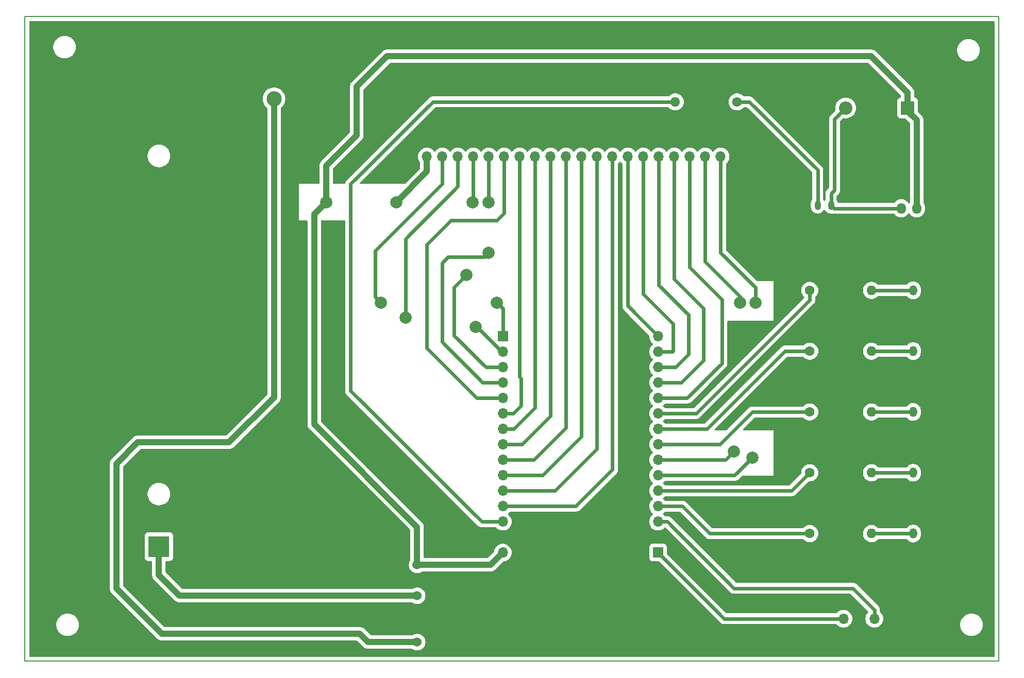
<source format=gbr>
%TF.GenerationSoftware,KiCad,Pcbnew,8.0.8*%
%TF.CreationDate,2025-02-13T16:42:55-05:00*%
%TF.ProjectId,Dise_o Sensor UV,44697365-f16f-4205-9365-6e736f722055,rev?*%
%TF.SameCoordinates,Original*%
%TF.FileFunction,Copper,L2,Bot*%
%TF.FilePolarity,Positive*%
%FSLAX46Y46*%
G04 Gerber Fmt 4.6, Leading zero omitted, Abs format (unit mm)*
G04 Created by KiCad (PCBNEW 8.0.8) date 2025-02-13 16:42:55*
%MOMM*%
%LPD*%
G01*
G04 APERTURE LIST*
%TA.AperFunction,NonConductor*%
%ADD10C,0.200000*%
%TD*%
%TA.AperFunction,ComponentPad*%
%ADD11C,1.600000*%
%TD*%
%TA.AperFunction,ComponentPad*%
%ADD12O,1.600000X1.600000*%
%TD*%
%TA.AperFunction,ComponentPad*%
%ADD13O,1.300000X1.700000*%
%TD*%
%TA.AperFunction,ComponentPad*%
%ADD14R,1.700000X1.700000*%
%TD*%
%TA.AperFunction,ComponentPad*%
%ADD15O,1.700000X1.700000*%
%TD*%
%TA.AperFunction,ComponentPad*%
%ADD16R,3.500000X3.500000*%
%TD*%
%TA.AperFunction,ComponentPad*%
%ADD17C,3.500000*%
%TD*%
%TA.AperFunction,ComponentPad*%
%ADD18R,2.200000X2.200000*%
%TD*%
%TA.AperFunction,ComponentPad*%
%ADD19O,2.200000X2.200000*%
%TD*%
%TA.AperFunction,ComponentPad*%
%ADD20O,1.050000X1.500000*%
%TD*%
%TA.AperFunction,ComponentPad*%
%ADD21R,1.050000X1.500000*%
%TD*%
%TA.AperFunction,ComponentPad*%
%ADD22C,1.524000*%
%TD*%
%TA.AperFunction,ComponentPad*%
%ADD23R,2.500000X2.500000*%
%TD*%
%TA.AperFunction,ComponentPad*%
%ADD24C,2.500000*%
%TD*%
%TA.AperFunction,ComponentPad*%
%ADD25O,1.500000X1.800000*%
%TD*%
%TA.AperFunction,ViaPad*%
%ADD26C,2.000000*%
%TD*%
%TA.AperFunction,Conductor*%
%ADD27C,0.600000*%
%TD*%
%TA.AperFunction,Conductor*%
%ADD28C,1.000000*%
%TD*%
G04 APERTURE END LIST*
D10*
X112500000Y-31500000D02*
X272500000Y-31500000D01*
X272500000Y-137500000D01*
X112500000Y-137500000D01*
X112500000Y-31500000D01*
D11*
%TO.P,R3,1*%
%TO.N,Net-(RI1-Pin_8)*%
X241420000Y-96500000D03*
D12*
%TO.P,R3,2*%
%TO.N,Net-(Led3-Pin_1)*%
X251580000Y-96500000D03*
%TD*%
D13*
%TO.P,Led5,2,Pin_2*%
%TO.N,GND*%
X260960000Y-76500000D03*
%TO.P,Led5,1,Pin_1*%
%TO.N,Net-(Led5-Pin_1)*%
X258420000Y-76500000D03*
%TD*%
D14*
%TO.P,RI1,1,Pin_1*%
%TO.N,Net-(RI1-Pin_1)*%
X216500000Y-119620000D03*
D15*
%TO.P,RI1,2,Pin_2*%
%TO.N,GND*%
X216500000Y-117080000D03*
%TO.P,RI1,3,Pin_3*%
%TO.N,Net-(RI1-Pin_3)*%
X216500000Y-114540000D03*
%TO.P,RI1,4,Pin_4*%
%TO.N,Net-(RI1-Pin_4)*%
X216500000Y-112000000D03*
%TO.P,RI1,5,Pin_5*%
%TO.N,Net-(RI1-Pin_5)*%
X216500000Y-109460000D03*
%TO.P,RI1,6,Pin_6*%
%TO.N,Net-(Pin_Extra1-Pin_21)*%
X216500000Y-106920000D03*
%TO.P,RI1,7,Pin_7*%
%TO.N,Net-(Pin_Extra1-Pin_20)*%
X216500000Y-104380000D03*
%TO.P,RI1,8,Pin_8*%
%TO.N,Net-(RI1-Pin_8)*%
X216500000Y-101840000D03*
%TO.P,RI1,9,Pin_9*%
%TO.N,Net-(RI1-Pin_9)*%
X216500000Y-99300000D03*
%TO.P,RI1,10,Pin_10*%
%TO.N,Net-(RI1-Pin_10)*%
X216500000Y-96760000D03*
%TO.P,RI1,11,Pin_11*%
%TO.N,Net-(Pin_Extra1-Pin_19)*%
X216500000Y-94220000D03*
%TO.P,RI1,12,Pin_12*%
%TO.N,Net-(Pin_Extra1-Pin_18)*%
X216500000Y-91680000D03*
%TO.P,RI1,13,Pin_13*%
%TO.N,Net-(Pin_Extra1-Pin_17)*%
X216500000Y-89140000D03*
%TO.P,RI1,14,Pin_14*%
%TO.N,Net-(Pin_Extra1-Pin_16)*%
X216500000Y-86600000D03*
%TO.P,RI1,15,Pin_15*%
%TO.N,Net-(Pin_Extra1-Pin_15)*%
X216500000Y-84060000D03*
%TD*%
D11*
%TO.P,R2,1*%
%TO.N,Net-(RI1-Pin_5)*%
X241420000Y-106500000D03*
D12*
%TO.P,R2,2*%
%TO.N,Net-(Led2-Pin_1)*%
X251580000Y-106500000D03*
%TD*%
D11*
%TO.P,R4,1*%
%TO.N,Net-(RI1-Pin_9)*%
X241420000Y-86500000D03*
D12*
%TO.P,R4,2*%
%TO.N,Net-(Led4-Pin_1)*%
X251580000Y-86500000D03*
%TD*%
D16*
%TO.P,BT1,1,+*%
%TO.N,Net-(BT1-+)*%
X134500000Y-118645000D03*
D17*
%TO.P,BT1,2,-*%
%TO.N,GND*%
X134500000Y-46645000D03*
%TD*%
D11*
%TO.P,R_BaseT1,1*%
%TO.N,Net-(Q1-B)*%
X229500000Y-45500000D03*
D12*
%TO.P,R_BaseT1,2*%
%TO.N,Net-(LE1-Pin_13)*%
X219340000Y-45500000D03*
%TD*%
D11*
%TO.P,R5,1*%
%TO.N,Net-(RI1-Pin_10)*%
X241420000Y-76500000D03*
D12*
%TO.P,R5,2*%
%TO.N,Net-(Led5-Pin_1)*%
X251580000Y-76500000D03*
%TD*%
D15*
%TO.P,SUV1,1,Pin_1*%
%TO.N,Net-(RI1-Pin_3)*%
X252040000Y-130500000D03*
%TO.P,SUV1,2,Pin_2*%
%TO.N,GND*%
X249500000Y-130500000D03*
%TO.P,SUV1,3,Pin_3*%
%TO.N,Net-(RI1-Pin_1)*%
X246960000Y-130500000D03*
%TD*%
D11*
%TO.P,R1,1*%
%TO.N,Net-(RI1-Pin_4)*%
X241420000Y-116500000D03*
D12*
%TO.P,R1,2*%
%TO.N,Net-(Led1-Pin_1)*%
X251580000Y-116500000D03*
%TD*%
D18*
%TO.P,D1,1,K*%
%TO.N,Net-(Buzzer1-Pin_1)*%
X257500000Y-46500000D03*
D19*
%TO.P,D1,2,A*%
%TO.N,Net-(Buzzer1-Pin_2)*%
X247340000Y-46500000D03*
%TD*%
D14*
%TO.P,Pin_Extra1,1,Pin_1*%
%TO.N,GND*%
X175980000Y-54500000D03*
D15*
%TO.P,Pin_Extra1,2,Pin_2*%
%TO.N,Net-(Buzzer1-Pin_1)*%
X178520000Y-54500000D03*
%TO.P,Pin_Extra1,3,Pin_3*%
%TO.N,Net-(LE1-Pin_1)*%
X181060000Y-54500000D03*
%TO.P,Pin_Extra1,4,Pin_4*%
%TO.N,Net-(LE1-Pin_2)*%
X183600000Y-54500000D03*
%TO.P,Pin_Extra1,5,Pin_5*%
%TO.N,Net-(LE1-Pin_3)*%
X186140000Y-54500000D03*
%TO.P,Pin_Extra1,6,Pin_6*%
%TO.N,Net-(LE1-Pin_4)*%
X188680000Y-54500000D03*
%TO.P,Pin_Extra1,7,Pin_7*%
%TO.N,Net-(LE1-Pin_5)*%
X191220000Y-54500000D03*
%TO.P,Pin_Extra1,8,Pin_8*%
%TO.N,Net-(LE1-Pin_6)*%
X193760000Y-54500000D03*
%TO.P,Pin_Extra1,9,Pin_9*%
%TO.N,Net-(LE1-Pin_7)*%
X196300000Y-54500000D03*
%TO.P,Pin_Extra1,10,Pin_10*%
%TO.N,Net-(LE1-Pin_8)*%
X198840000Y-54500000D03*
%TO.P,Pin_Extra1,11,Pin_11*%
%TO.N,Net-(LE1-Pin_9)*%
X201380000Y-54500000D03*
%TO.P,Pin_Extra1,12,Pin_12*%
%TO.N,Net-(LE1-Pin_10)*%
X203920000Y-54500000D03*
%TO.P,Pin_Extra1,13,Pin_13*%
%TO.N,Net-(LE1-Pin_11)*%
X206460000Y-54500000D03*
%TO.P,Pin_Extra1,14,Pin_14*%
%TO.N,Net-(LE1-Pin_12)*%
X209000000Y-54500000D03*
%TO.P,Pin_Extra1,15,Pin_15*%
%TO.N,Net-(Pin_Extra1-Pin_15)*%
X211540000Y-54500000D03*
%TO.P,Pin_Extra1,16,Pin_16*%
%TO.N,Net-(Pin_Extra1-Pin_16)*%
X214080000Y-54500000D03*
%TO.P,Pin_Extra1,17,Pin_17*%
%TO.N,Net-(Pin_Extra1-Pin_17)*%
X216620000Y-54500000D03*
%TO.P,Pin_Extra1,18,Pin_18*%
%TO.N,Net-(Pin_Extra1-Pin_18)*%
X219160000Y-54500000D03*
%TO.P,Pin_Extra1,19,Pin_19*%
%TO.N,Net-(Pin_Extra1-Pin_19)*%
X221700000Y-54500000D03*
%TO.P,Pin_Extra1,20,Pin_20*%
%TO.N,Net-(Pin_Extra1-Pin_20)*%
X224240000Y-54500000D03*
%TO.P,Pin_Extra1,21,Pin_21*%
%TO.N,Net-(Pin_Extra1-Pin_21)*%
X226780000Y-54500000D03*
%TD*%
%TO.P,LE1,15,Pin_15*%
%TO.N,Net-(Buzzer1-Pin_1)*%
X191000000Y-119620000D03*
%TO.P,LE1,14,Pin_14*%
%TO.N,GND*%
X191000000Y-117080000D03*
%TO.P,LE1,13,Pin_13*%
%TO.N,Net-(LE1-Pin_13)*%
X191000000Y-114540000D03*
%TO.P,LE1,12,Pin_12*%
%TO.N,Net-(LE1-Pin_12)*%
X191000000Y-112000000D03*
%TO.P,LE1,11,Pin_11*%
%TO.N,Net-(LE1-Pin_11)*%
X191000000Y-109460000D03*
%TO.P,LE1,10,Pin_10*%
%TO.N,Net-(LE1-Pin_10)*%
X191000000Y-106920000D03*
%TO.P,LE1,9,Pin_9*%
%TO.N,Net-(LE1-Pin_9)*%
X191000000Y-104380000D03*
%TO.P,LE1,8,Pin_8*%
%TO.N,Net-(LE1-Pin_8)*%
X191000000Y-101840000D03*
%TO.P,LE1,7,Pin_7*%
%TO.N,Net-(LE1-Pin_7)*%
X191000000Y-99300000D03*
%TO.P,LE1,6,Pin_6*%
%TO.N,Net-(LE1-Pin_6)*%
X191000000Y-96760000D03*
%TO.P,LE1,5,Pin_5*%
%TO.N,Net-(LE1-Pin_5)*%
X191000000Y-94220000D03*
%TO.P,LE1,4,Pin_4*%
%TO.N,Net-(LE1-Pin_4)*%
X191000000Y-91680000D03*
%TO.P,LE1,3,Pin_3*%
%TO.N,Net-(LE1-Pin_3)*%
X191000000Y-89140000D03*
%TO.P,LE1,2,Pin_2*%
%TO.N,Net-(LE1-Pin_2)*%
X191000000Y-86600000D03*
D14*
%TO.P,LE1,1,Pin_1*%
%TO.N,Net-(LE1-Pin_1)*%
X191000000Y-84060000D03*
%TD*%
D20*
%TO.P,Q1,3,C*%
%TO.N,Net-(Buzzer1-Pin_2)*%
X244920000Y-62500000D03*
%TO.P,Q1,2,B*%
%TO.N,Net-(Q1-B)*%
X242730000Y-62500000D03*
D21*
%TO.P,Q1,1,E*%
%TO.N,GND*%
X240540000Y-62500000D03*
%TD*%
D13*
%TO.P,Led3,1,Pin_1*%
%TO.N,Net-(Led3-Pin_1)*%
X258420000Y-96500000D03*
%TO.P,Led3,2,Pin_2*%
%TO.N,GND*%
X260960000Y-96500000D03*
%TD*%
D22*
%TO.P,Modulo1,1,VIN*%
%TO.N,Net-(ALI1-Pin_2)*%
X176930000Y-134350000D03*
%TO.P,Modulo1,2,GND*%
%TO.N,GND*%
X176930000Y-131810000D03*
%TO.P,Modulo1,3,GND*%
X176930000Y-129270000D03*
%TO.P,Modulo1,4,BAT*%
%TO.N,Net-(BT1-+)*%
X176930000Y-126730000D03*
%TO.P,Modulo1,5,GND*%
%TO.N,GND*%
X176930000Y-124190000D03*
%TO.P,Modulo1,6,OUT-5V*%
%TO.N,Net-(Buzzer1-Pin_1)*%
X176930000Y-121650000D03*
%TD*%
D13*
%TO.P,Led2,1,Pin_1*%
%TO.N,Net-(Led2-Pin_1)*%
X258420000Y-106500000D03*
%TO.P,Led2,2,Pin_2*%
%TO.N,GND*%
X260960000Y-106500000D03*
%TD*%
%TO.P,Led1,1,Pin_1*%
%TO.N,Net-(Led1-Pin_1)*%
X258420000Y-116500000D03*
%TO.P,Led1,2,Pin_2*%
%TO.N,GND*%
X260960000Y-116500000D03*
%TD*%
%TO.P,Led4,1,Pin_1*%
%TO.N,Net-(Led4-Pin_1)*%
X258420000Y-86475000D03*
%TO.P,Led4,2,Pin_2*%
%TO.N,GND*%
X260960000Y-86475000D03*
%TD*%
D23*
%TO.P,ALI1,1,Pin_1*%
%TO.N,GND*%
X158500000Y-45000000D03*
D24*
%TO.P,ALI1,2,Pin_2*%
%TO.N,Net-(ALI1-Pin_2)*%
X153420000Y-45000000D03*
%TD*%
D25*
%TO.P,Buzzer1,1,Pin_1*%
%TO.N,Net-(Buzzer1-Pin_1)*%
X259000000Y-63000000D03*
%TO.P,Buzzer1,2,Pin_2*%
%TO.N,Net-(Buzzer1-Pin_2)*%
X256460000Y-63000000D03*
%TD*%
D26*
%TO.N,Net-(Buzzer1-Pin_1)*%
X162000000Y-62000000D03*
X173500000Y-62000000D03*
%TO.N,Net-(LE1-Pin_2)*%
X175000000Y-81000000D03*
X186500000Y-82500000D03*
%TO.N,Net-(LE1-Pin_4)*%
X188680000Y-62000000D03*
X188680000Y-70320000D03*
%TO.N,Net-(LE1-Pin_3)*%
X185000000Y-74000000D03*
X186000000Y-62000000D03*
%TO.N,Net-(LE1-Pin_1)*%
X190000000Y-78500000D03*
X171000000Y-78500000D03*
%TO.N,Net-(Pin_Extra1-Pin_20)*%
X229000000Y-103000000D03*
X230000000Y-78500000D03*
%TO.N,Net-(Pin_Extra1-Pin_21)*%
X232000000Y-104000000D03*
X232500000Y-78500000D03*
%TD*%
D27*
%TO.N,Net-(Buzzer1-Pin_2)*%
X245420000Y-63000000D02*
X244920000Y-62500000D01*
X256460000Y-63000000D02*
X245420000Y-63000000D01*
X245500000Y-48340000D02*
X247340000Y-46500000D01*
X245500000Y-60000000D02*
X245500000Y-48340000D01*
X244920000Y-62500000D02*
X244920000Y-60580000D01*
X244920000Y-60580000D02*
X245500000Y-60000000D01*
D28*
%TO.N,Net-(Buzzer1-Pin_1)*%
X188970000Y-121650000D02*
X191000000Y-119620000D01*
X259000000Y-48500000D02*
X259000000Y-63000000D01*
X176930000Y-115430000D02*
X176930000Y-121650000D01*
X176930000Y-121650000D02*
X188970000Y-121650000D01*
X167000000Y-43000000D02*
X172000000Y-38000000D01*
X257500000Y-47000000D02*
X259000000Y-48500000D01*
X257500000Y-46500000D02*
X257500000Y-47000000D01*
X172000000Y-38000000D02*
X251500000Y-38000000D01*
X160000000Y-98500000D02*
X176930000Y-115430000D01*
X251500000Y-38000000D02*
X257500000Y-44000000D01*
X173500000Y-62000000D02*
X178520000Y-56980000D01*
X162000000Y-62000000D02*
X162000000Y-56000000D01*
X167000000Y-51000000D02*
X167000000Y-43000000D01*
X162000000Y-56000000D02*
X167000000Y-51000000D01*
X257500000Y-44000000D02*
X257500000Y-46500000D01*
X160000000Y-64000000D02*
X160000000Y-98500000D01*
X162000000Y-62000000D02*
X160000000Y-64000000D01*
X178520000Y-56980000D02*
X178520000Y-54500000D01*
D27*
%TO.N,Net-(LE1-Pin_10)*%
X197580000Y-106920000D02*
X191000000Y-106920000D01*
X203920000Y-54500000D02*
X203920000Y-100580000D01*
X203920000Y-100580000D02*
X197580000Y-106920000D01*
%TO.N,Net-(LE1-Pin_7)*%
X196300000Y-54500000D02*
X196300000Y-95800000D01*
X196300000Y-95800000D02*
X192800000Y-99300000D01*
X192800000Y-99300000D02*
X191000000Y-99300000D01*
%TO.N,Net-(LE1-Pin_12)*%
X209000000Y-106000000D02*
X203000000Y-112000000D01*
X203000000Y-112000000D02*
X191000000Y-112000000D01*
X209000000Y-54500000D02*
X209000000Y-106000000D01*
%TO.N,Net-(LE1-Pin_6)*%
X193760000Y-54500000D02*
X193760000Y-90760000D01*
X192740000Y-96760000D02*
X191000000Y-96760000D01*
X193760000Y-90760000D02*
X194000000Y-91000000D01*
X194000000Y-95500000D02*
X192740000Y-96760000D01*
X194000000Y-91000000D02*
X194000000Y-95500000D01*
%TO.N,Net-(LE1-Pin_8)*%
X198840000Y-97160000D02*
X194160000Y-101840000D01*
X198840000Y-54500000D02*
X198840000Y-97160000D01*
X194160000Y-101840000D02*
X191000000Y-101840000D01*
%TO.N,Net-(LE1-Pin_11)*%
X206460000Y-54500000D02*
X206460000Y-102540000D01*
X199540000Y-109460000D02*
X191000000Y-109460000D01*
X206460000Y-102540000D02*
X199540000Y-109460000D01*
%TO.N,Net-(LE1-Pin_2)*%
X175000000Y-68000000D02*
X183600000Y-59400000D01*
X183600000Y-59400000D02*
X183600000Y-54500000D01*
X175000000Y-81000000D02*
X175000000Y-68000000D01*
%TO.N,Net-(LE1-Pin_9)*%
X201380000Y-99120000D02*
X196120000Y-104380000D01*
X196120000Y-104380000D02*
X191000000Y-104380000D01*
X201380000Y-54500000D02*
X201380000Y-99120000D01*
%TO.N,Net-(LE1-Pin_4)*%
X182000000Y-71000000D02*
X181000000Y-72000000D01*
X188680000Y-70320000D02*
X188000000Y-71000000D01*
X187680000Y-91680000D02*
X191000000Y-91680000D01*
X181000000Y-85000000D02*
X187680000Y-91680000D01*
X181000000Y-72000000D02*
X181000000Y-85000000D01*
X188680000Y-62000000D02*
X188680000Y-54500000D01*
X188000000Y-71000000D02*
X182000000Y-71000000D01*
%TO.N,Net-(LE1-Pin_3)*%
X183000000Y-83924264D02*
X188215736Y-89140000D01*
X185000000Y-74000000D02*
X183000000Y-76000000D01*
X188215736Y-89140000D02*
X191000000Y-89140000D01*
X183000000Y-76000000D02*
X183000000Y-83924264D01*
%TO.N,Net-(LE1-Pin_5)*%
X190000000Y-65000000D02*
X182500000Y-65000000D01*
X191220000Y-54500000D02*
X191220000Y-63780000D01*
X182500000Y-65000000D02*
X178500000Y-69000000D01*
X186720000Y-94220000D02*
X191000000Y-94220000D01*
X178500000Y-86000000D02*
X186720000Y-94220000D01*
X178500000Y-69000000D02*
X178500000Y-86000000D01*
X191220000Y-63780000D02*
X190000000Y-65000000D01*
%TO.N,Net-(Led1-Pin_1)*%
X251580000Y-116500000D02*
X258420000Y-116500000D01*
%TO.N,Net-(Led2-Pin_1)*%
X251580000Y-106500000D02*
X258420000Y-106500000D01*
%TO.N,Net-(Led3-Pin_1)*%
X251580000Y-96500000D02*
X258420000Y-96500000D01*
%TO.N,Net-(Led4-Pin_1)*%
X258395000Y-86500000D02*
X258420000Y-86475000D01*
X251580000Y-86500000D02*
X258395000Y-86500000D01*
%TO.N,Net-(Led5-Pin_1)*%
X251580000Y-76500000D02*
X258420000Y-76500000D01*
%TO.N,Net-(RI1-Pin_4)*%
X220500000Y-112000000D02*
X225000000Y-116500000D01*
X216500000Y-112000000D02*
X220500000Y-112000000D01*
X225000000Y-116500000D02*
X241420000Y-116500000D01*
%TO.N,Net-(RI1-Pin_5)*%
X216500000Y-109460000D02*
X238460000Y-109460000D01*
X238460000Y-109460000D02*
X241420000Y-106500000D01*
%TO.N,Net-(RI1-Pin_8)*%
X232000000Y-96500000D02*
X241420000Y-96500000D01*
X226660000Y-101840000D02*
X232000000Y-96500000D01*
X216500000Y-101840000D02*
X226660000Y-101840000D01*
%TO.N,Net-(RI1-Pin_9)*%
X237340000Y-86500000D02*
X241420000Y-86500000D01*
X216500000Y-99300000D02*
X224540000Y-99300000D01*
X224540000Y-99300000D02*
X237340000Y-86500000D01*
%TO.N,Net-(RI1-Pin_10)*%
X241420000Y-76500000D02*
X241420000Y-78080000D01*
X241420000Y-78080000D02*
X222740000Y-96760000D01*
X222740000Y-96760000D02*
X216500000Y-96760000D01*
%TO.N,Net-(RI1-Pin_1)*%
X227380000Y-130500000D02*
X246960000Y-130500000D01*
X216500000Y-119620000D02*
X227380000Y-130500000D01*
%TO.N,Net-(RI1-Pin_3)*%
X218040000Y-114540000D02*
X229000000Y-125500000D01*
X252040000Y-129040000D02*
X252040000Y-130500000D01*
X248500000Y-125500000D02*
X252040000Y-129040000D01*
X229000000Y-125500000D02*
X248500000Y-125500000D01*
X216500000Y-114540000D02*
X218040000Y-114540000D01*
%TO.N,Net-(LE1-Pin_13)*%
X179500000Y-45500000D02*
X166000000Y-59000000D01*
X166000000Y-59000000D02*
X166000000Y-93000000D01*
X166000000Y-93000000D02*
X187540000Y-114540000D01*
X219340000Y-45500000D02*
X179500000Y-45500000D01*
X187540000Y-114540000D02*
X191000000Y-114540000D01*
%TO.N,Net-(LE1-Pin_1)*%
X191000000Y-79500000D02*
X191000000Y-84060000D01*
X181060000Y-58940000D02*
X181060000Y-54500000D01*
X171000000Y-78500000D02*
X170000000Y-77500000D01*
X170000000Y-77500000D02*
X170000000Y-70000000D01*
X170000000Y-70000000D02*
X181060000Y-58940000D01*
X190000000Y-78500000D02*
X191000000Y-79500000D01*
%TO.N,Net-(Pin_Extra1-Pin_20)*%
X229000000Y-103000000D02*
X227620000Y-104380000D01*
X230000000Y-78500000D02*
X230000000Y-77500000D01*
X224240000Y-71740000D02*
X224240000Y-54500000D01*
X230000000Y-77500000D02*
X224240000Y-71740000D01*
X227620000Y-104380000D02*
X216500000Y-104380000D01*
%TO.N,Net-(Pin_Extra1-Pin_16)*%
X214080000Y-77080000D02*
X219000000Y-82000000D01*
X219000000Y-86500000D02*
X218900000Y-86600000D01*
X214080000Y-54500000D02*
X214080000Y-77080000D01*
X219000000Y-82000000D02*
X219000000Y-86500000D01*
X218900000Y-86600000D02*
X216500000Y-86600000D01*
%TO.N,Net-(Pin_Extra1-Pin_19)*%
X221700000Y-54500000D02*
X221700000Y-72700000D01*
X221700000Y-72700000D02*
X227000000Y-78000000D01*
X227000000Y-88500000D02*
X221280000Y-94220000D01*
X221280000Y-94220000D02*
X216500000Y-94220000D01*
X227000000Y-78000000D02*
X227000000Y-88500000D01*
%TO.N,Net-(Pin_Extra1-Pin_15)*%
X211540000Y-54500000D02*
X211540000Y-79040000D01*
X211540000Y-79040000D02*
X212500000Y-80000000D01*
X212500000Y-80060000D02*
X216500000Y-84060000D01*
X212500000Y-80000000D02*
X212500000Y-80060000D01*
%TO.N,Net-(Pin_Extra1-Pin_18)*%
X219160000Y-74660000D02*
X224000000Y-79500000D01*
X219160000Y-54500000D02*
X219160000Y-74660000D01*
X220320000Y-91680000D02*
X216500000Y-91680000D01*
X224000000Y-79500000D02*
X224000000Y-88000000D01*
X224000000Y-88000000D02*
X220320000Y-91680000D01*
D28*
%TO.N,Net-(ALI1-Pin_2)*%
X153420000Y-94080000D02*
X146000000Y-101500000D01*
X168850000Y-134350000D02*
X176930000Y-134350000D01*
X167500000Y-133000000D02*
X168850000Y-134350000D01*
X127500000Y-125500000D02*
X135000000Y-133000000D01*
X153420000Y-45000000D02*
X153420000Y-94080000D01*
X146000000Y-101500000D02*
X131000000Y-101500000D01*
X127500000Y-105000000D02*
X127500000Y-125500000D01*
X135000000Y-133000000D02*
X167500000Y-133000000D01*
X131000000Y-101500000D02*
X127500000Y-105000000D01*
%TO.N,Net-(BT1-+)*%
X176930000Y-126730000D02*
X137900000Y-126730000D01*
X134500000Y-123330000D02*
X134500000Y-118645000D01*
X137900000Y-126730000D02*
X134500000Y-123330000D01*
D27*
%TO.N,Net-(Pin_Extra1-Pin_21)*%
X229080000Y-106920000D02*
X216500000Y-106920000D01*
X232000000Y-104000000D02*
X229080000Y-106920000D01*
%TO.N,Net-(Pin_Extra1-Pin_17)*%
X221500000Y-80500000D02*
X221500000Y-87000000D01*
X216620000Y-75620000D02*
X221500000Y-80500000D01*
X221500000Y-87000000D02*
X219360000Y-89140000D01*
X219360000Y-89140000D02*
X216500000Y-89140000D01*
X216620000Y-54500000D02*
X216620000Y-75620000D01*
%TO.N,Net-(Q1-B)*%
X229500000Y-45500000D02*
X231500000Y-45500000D01*
X231500000Y-45500000D02*
X242730000Y-56730000D01*
X242730000Y-56730000D02*
X242730000Y-62500000D01*
%TO.N,Net-(LE1-Pin_2)*%
X190840000Y-86600000D02*
X191000000Y-86600000D01*
X186740000Y-82500000D02*
X190840000Y-86600000D01*
X186500000Y-82500000D02*
X186740000Y-82500000D01*
%TO.N,Net-(Pin_Extra1-Pin_21)*%
X226780000Y-70280000D02*
X226780000Y-54500000D01*
X232500000Y-78500000D02*
X232500000Y-76000000D01*
X232500000Y-76000000D02*
X226780000Y-70280000D01*
%TO.N,Net-(LE1-Pin_3)*%
X186000000Y-62000000D02*
X186140000Y-61860000D01*
X186140000Y-61860000D02*
X186140000Y-54500000D01*
%TD*%
%TA.AperFunction,Conductor*%
%TO.N,GND*%
G36*
X271742539Y-32220185D02*
G01*
X271788294Y-32272989D01*
X271799500Y-32324500D01*
X271799500Y-136675500D01*
X271779815Y-136742539D01*
X271727011Y-136788294D01*
X271675500Y-136799500D01*
X113324500Y-136799500D01*
X113257461Y-136779815D01*
X113211706Y-136727011D01*
X113200500Y-136675500D01*
X113200500Y-131378711D01*
X117649500Y-131378711D01*
X117649500Y-131621288D01*
X117677356Y-131832883D01*
X117681162Y-131861789D01*
X117698527Y-131926597D01*
X117743947Y-132096104D01*
X117836773Y-132320205D01*
X117836776Y-132320212D01*
X117958064Y-132530289D01*
X117958066Y-132530292D01*
X117958067Y-132530293D01*
X118105733Y-132722736D01*
X118105739Y-132722743D01*
X118277256Y-132894260D01*
X118277262Y-132894265D01*
X118469711Y-133041936D01*
X118679788Y-133163224D01*
X118903900Y-133256054D01*
X119138211Y-133318838D01*
X119318586Y-133342584D01*
X119378711Y-133350500D01*
X119378712Y-133350500D01*
X119621289Y-133350500D01*
X119669643Y-133344134D01*
X119861789Y-133318838D01*
X120096100Y-133256054D01*
X120320212Y-133163224D01*
X120530289Y-133041936D01*
X120722738Y-132894265D01*
X120894265Y-132722738D01*
X121041936Y-132530289D01*
X121163224Y-132320212D01*
X121256054Y-132096100D01*
X121318838Y-131861789D01*
X121350500Y-131621288D01*
X121350500Y-131378712D01*
X121318838Y-131138211D01*
X121256054Y-130903900D01*
X121163224Y-130679788D01*
X121041936Y-130469711D01*
X120894265Y-130277262D01*
X120894260Y-130277256D01*
X120722743Y-130105739D01*
X120722736Y-130105733D01*
X120530293Y-129958067D01*
X120530292Y-129958066D01*
X120530289Y-129958064D01*
X120320212Y-129836776D01*
X120320205Y-129836773D01*
X120096104Y-129743947D01*
X119861785Y-129681161D01*
X119621289Y-129649500D01*
X119621288Y-129649500D01*
X119378712Y-129649500D01*
X119378711Y-129649500D01*
X119138214Y-129681161D01*
X118903895Y-129743947D01*
X118679794Y-129836773D01*
X118679785Y-129836777D01*
X118469706Y-129958067D01*
X118277263Y-130105733D01*
X118277256Y-130105739D01*
X118105739Y-130277256D01*
X118105733Y-130277263D01*
X117958067Y-130469706D01*
X117836777Y-130679785D01*
X117836773Y-130679794D01*
X117743947Y-130903895D01*
X117681161Y-131138214D01*
X117649500Y-131378711D01*
X113200500Y-131378711D01*
X113200500Y-104913389D01*
X126399500Y-104913389D01*
X126399500Y-125586610D01*
X126421281Y-125724134D01*
X126426598Y-125757701D01*
X126480127Y-125922445D01*
X126558768Y-126076788D01*
X126660586Y-126216928D01*
X134160586Y-133716928D01*
X134283072Y-133839414D01*
X134423212Y-133941232D01*
X134577555Y-134019873D01*
X134742299Y-134073402D01*
X134913389Y-134100500D01*
X134913390Y-134100500D01*
X135086611Y-134100500D01*
X166992796Y-134100500D01*
X167059835Y-134120185D01*
X167080477Y-134136819D01*
X168133072Y-135189414D01*
X168273212Y-135291232D01*
X168346131Y-135328386D01*
X168427549Y-135369871D01*
X168427551Y-135369871D01*
X168427554Y-135369873D01*
X168592299Y-135423402D01*
X168763389Y-135450500D01*
X168936610Y-135450500D01*
X176083066Y-135450500D01*
X176150105Y-135470185D01*
X176159220Y-135476640D01*
X176182229Y-135494549D01*
X176380814Y-135602018D01*
X176594380Y-135675335D01*
X176817100Y-135712500D01*
X177042900Y-135712500D01*
X177265620Y-135675335D01*
X177479186Y-135602018D01*
X177677771Y-135494549D01*
X177855959Y-135355860D01*
X178008889Y-135189733D01*
X178132390Y-135000701D01*
X178223093Y-134793919D01*
X178278524Y-134575029D01*
X178297170Y-134350000D01*
X178297170Y-134349993D01*
X178278525Y-134124978D01*
X178278524Y-134124975D01*
X178278524Y-134124971D01*
X178223093Y-133906081D01*
X178132390Y-133699299D01*
X178008889Y-133510267D01*
X177855959Y-133344140D01*
X177855954Y-133344136D01*
X177855952Y-133344134D01*
X177677779Y-133205456D01*
X177677773Y-133205452D01*
X177479187Y-133097982D01*
X177479181Y-133097980D01*
X177265622Y-133024665D01*
X177042900Y-132987500D01*
X176817100Y-132987500D01*
X176594377Y-133024665D01*
X176380818Y-133097980D01*
X176380812Y-133097982D01*
X176196271Y-133197851D01*
X176182229Y-133205451D01*
X176159226Y-133223354D01*
X176094233Y-133248996D01*
X176083066Y-133249500D01*
X169357204Y-133249500D01*
X169290165Y-133229815D01*
X169269523Y-133213181D01*
X168216930Y-132160588D01*
X168216928Y-132160586D01*
X168076788Y-132058768D01*
X167922445Y-131980127D01*
X167757701Y-131926598D01*
X167757699Y-131926597D01*
X167757698Y-131926597D01*
X167626271Y-131905781D01*
X167586611Y-131899500D01*
X167586610Y-131899500D01*
X135507204Y-131899500D01*
X135440165Y-131879815D01*
X135419523Y-131863181D01*
X128636819Y-125080477D01*
X128603334Y-125019154D01*
X128600500Y-124992796D01*
X128600500Y-116855645D01*
X132149500Y-116855645D01*
X132149500Y-120434363D01*
X132164953Y-120551753D01*
X132164956Y-120551762D01*
X132225464Y-120697841D01*
X132321718Y-120823282D01*
X132447159Y-120919536D01*
X132593238Y-120980044D01*
X132710639Y-120995500D01*
X133275500Y-120995499D01*
X133342539Y-121015183D01*
X133388294Y-121067987D01*
X133399500Y-121119499D01*
X133399500Y-123243389D01*
X133399500Y-123416611D01*
X133426598Y-123587701D01*
X133480127Y-123752445D01*
X133558768Y-123906788D01*
X133660586Y-124046928D01*
X137183072Y-127569414D01*
X137323212Y-127671232D01*
X137477555Y-127749873D01*
X137642299Y-127803402D01*
X137813389Y-127830500D01*
X137986611Y-127830500D01*
X176083066Y-127830500D01*
X176150105Y-127850185D01*
X176159220Y-127856640D01*
X176182229Y-127874549D01*
X176380814Y-127982018D01*
X176594380Y-128055335D01*
X176817100Y-128092500D01*
X177042900Y-128092500D01*
X177265620Y-128055335D01*
X177479186Y-127982018D01*
X177677771Y-127874549D01*
X177855959Y-127735860D01*
X178008889Y-127569733D01*
X178132390Y-127380701D01*
X178223093Y-127173919D01*
X178278524Y-126955029D01*
X178297170Y-126730000D01*
X178297170Y-126729993D01*
X178278525Y-126504978D01*
X178278524Y-126504975D01*
X178278524Y-126504971D01*
X178223093Y-126286081D01*
X178132390Y-126079299D01*
X178008889Y-125890267D01*
X177855959Y-125724140D01*
X177855954Y-125724136D01*
X177855952Y-125724134D01*
X177677779Y-125585456D01*
X177677773Y-125585452D01*
X177479187Y-125477982D01*
X177479181Y-125477980D01*
X177265622Y-125404665D01*
X177042900Y-125367500D01*
X176817100Y-125367500D01*
X176594377Y-125404665D01*
X176380818Y-125477980D01*
X176380812Y-125477982D01*
X176196271Y-125577851D01*
X176182229Y-125585451D01*
X176159226Y-125603354D01*
X176094233Y-125628996D01*
X176083066Y-125629500D01*
X138407204Y-125629500D01*
X138340165Y-125609815D01*
X138319523Y-125593181D01*
X135636819Y-122910477D01*
X135603334Y-122849154D01*
X135600500Y-122822796D01*
X135600500Y-121119499D01*
X135620185Y-121052460D01*
X135672989Y-121006705D01*
X135724500Y-120995499D01*
X136289363Y-120995499D01*
X136406753Y-120980046D01*
X136406757Y-120980044D01*
X136406762Y-120980044D01*
X136552841Y-120919536D01*
X136678282Y-120823282D01*
X136774536Y-120697841D01*
X136835044Y-120551762D01*
X136850500Y-120434361D01*
X136850499Y-116855640D01*
X136850499Y-116855639D01*
X136850499Y-116855636D01*
X136835046Y-116738246D01*
X136835044Y-116738239D01*
X136835044Y-116738238D01*
X136774536Y-116592159D01*
X136678282Y-116466718D01*
X136552841Y-116370464D01*
X136406762Y-116309956D01*
X136406760Y-116309955D01*
X136289370Y-116294501D01*
X136289367Y-116294500D01*
X136289361Y-116294500D01*
X136289354Y-116294500D01*
X132710636Y-116294500D01*
X132593246Y-116309953D01*
X132593237Y-116309956D01*
X132447160Y-116370463D01*
X132321718Y-116466718D01*
X132225463Y-116592160D01*
X132164956Y-116738237D01*
X132164955Y-116738239D01*
X132149501Y-116855629D01*
X132149501Y-116855636D01*
X132149500Y-116855645D01*
X128600500Y-116855645D01*
X128600500Y-109878711D01*
X132649500Y-109878711D01*
X132649500Y-110121288D01*
X132681161Y-110361785D01*
X132743947Y-110596104D01*
X132836773Y-110820205D01*
X132836777Y-110820214D01*
X132841188Y-110827854D01*
X132958064Y-111030289D01*
X132958066Y-111030292D01*
X132958067Y-111030293D01*
X133105733Y-111222736D01*
X133105739Y-111222743D01*
X133277256Y-111394260D01*
X133277262Y-111394265D01*
X133469711Y-111541936D01*
X133679788Y-111663224D01*
X133903900Y-111756054D01*
X134138211Y-111818838D01*
X134318586Y-111842584D01*
X134378711Y-111850500D01*
X134378712Y-111850500D01*
X134621289Y-111850500D01*
X134669388Y-111844167D01*
X134861789Y-111818838D01*
X135096100Y-111756054D01*
X135320212Y-111663224D01*
X135530289Y-111541936D01*
X135722738Y-111394265D01*
X135894265Y-111222738D01*
X136041936Y-111030289D01*
X136163224Y-110820212D01*
X136256054Y-110596100D01*
X136318838Y-110361789D01*
X136350500Y-110121288D01*
X136350500Y-109878712D01*
X136318838Y-109638211D01*
X136256054Y-109403900D01*
X136163224Y-109179788D01*
X136041936Y-108969711D01*
X135894265Y-108777262D01*
X135894260Y-108777256D01*
X135722743Y-108605739D01*
X135722736Y-108605733D01*
X135530293Y-108458067D01*
X135530292Y-108458066D01*
X135530289Y-108458064D01*
X135320212Y-108336776D01*
X135320205Y-108336773D01*
X135096104Y-108243947D01*
X134978944Y-108212554D01*
X134861789Y-108181162D01*
X134861788Y-108181161D01*
X134861785Y-108181161D01*
X134621289Y-108149500D01*
X134621288Y-108149500D01*
X134378712Y-108149500D01*
X134378711Y-108149500D01*
X134138214Y-108181161D01*
X133903895Y-108243947D01*
X133679794Y-108336773D01*
X133679785Y-108336777D01*
X133469706Y-108458067D01*
X133277263Y-108605733D01*
X133277256Y-108605739D01*
X133105739Y-108777256D01*
X133105733Y-108777263D01*
X132958067Y-108969706D01*
X132958064Y-108969710D01*
X132958064Y-108969711D01*
X132941817Y-108997851D01*
X132836777Y-109179785D01*
X132836773Y-109179794D01*
X132743947Y-109403895D01*
X132681161Y-109638214D01*
X132649500Y-109878711D01*
X128600500Y-109878711D01*
X128600500Y-105507204D01*
X128620185Y-105440165D01*
X128636819Y-105419523D01*
X131419523Y-102636819D01*
X131480846Y-102603334D01*
X131507204Y-102600500D01*
X146086610Y-102600500D01*
X146086611Y-102600500D01*
X146257701Y-102573402D01*
X146422445Y-102519873D01*
X146576788Y-102441232D01*
X146716928Y-102339414D01*
X154259414Y-94796928D01*
X154328392Y-94701988D01*
X154361232Y-94656788D01*
X154439873Y-94502445D01*
X154493402Y-94337701D01*
X154520500Y-94166611D01*
X154520500Y-59000000D01*
X157500000Y-59000000D01*
X157500000Y-65000000D01*
X158775500Y-65000000D01*
X158842539Y-65019685D01*
X158888294Y-65072489D01*
X158899500Y-65124000D01*
X158899500Y-98413389D01*
X158899500Y-98586611D01*
X158926598Y-98757701D01*
X158980127Y-98922445D01*
X159058768Y-99076788D01*
X159160586Y-99216928D01*
X159160588Y-99216930D01*
X175793181Y-115849523D01*
X175826666Y-115910846D01*
X175829500Y-115937204D01*
X175829500Y-120806427D01*
X175809815Y-120873466D01*
X175809309Y-120874248D01*
X175727609Y-120999299D01*
X175636907Y-121206079D01*
X175581476Y-121424970D01*
X175581474Y-121424978D01*
X175562830Y-121649993D01*
X175562830Y-121650006D01*
X175581474Y-121875021D01*
X175581476Y-121875029D01*
X175636907Y-122093919D01*
X175727610Y-122300701D01*
X175803354Y-122416637D01*
X175850902Y-122489414D01*
X175851111Y-122489733D01*
X176004041Y-122655860D01*
X176004044Y-122655862D01*
X176004047Y-122655865D01*
X176182220Y-122794543D01*
X176182226Y-122794547D01*
X176182229Y-122794549D01*
X176380814Y-122902018D01*
X176594380Y-122975335D01*
X176817100Y-123012500D01*
X177042900Y-123012500D01*
X177265620Y-122975335D01*
X177479186Y-122902018D01*
X177677771Y-122794549D01*
X177700773Y-122776645D01*
X177765767Y-122751004D01*
X177776934Y-122750500D01*
X189056610Y-122750500D01*
X189056611Y-122750500D01*
X189227701Y-122723402D01*
X189392445Y-122669873D01*
X189546788Y-122591232D01*
X189686928Y-122489414D01*
X191074880Y-121101461D01*
X191136201Y-121067978D01*
X191142116Y-121066841D01*
X191357297Y-121030934D01*
X191584656Y-120952882D01*
X191796067Y-120838472D01*
X191815585Y-120823281D01*
X191880392Y-120772839D01*
X191985764Y-120690825D01*
X192148571Y-120513969D01*
X192280049Y-120312728D01*
X192376610Y-120092591D01*
X192435620Y-119859563D01*
X192455471Y-119620000D01*
X192435620Y-119380437D01*
X192376610Y-119147409D01*
X192280049Y-118927272D01*
X192151585Y-118730645D01*
X215049500Y-118730645D01*
X215049500Y-120509363D01*
X215064953Y-120626753D01*
X215064956Y-120626762D01*
X215125464Y-120772841D01*
X215221718Y-120898282D01*
X215347159Y-120994536D01*
X215493238Y-121055044D01*
X215610639Y-121070500D01*
X216625637Y-121070499D01*
X216692676Y-121090183D01*
X216713318Y-121106818D01*
X221805965Y-126199464D01*
X226680536Y-131074035D01*
X226805965Y-131199464D01*
X226953453Y-131298013D01*
X227001452Y-131317895D01*
X227117334Y-131365895D01*
X227258460Y-131393966D01*
X227291304Y-131400499D01*
X227291308Y-131400500D01*
X227291309Y-131400500D01*
X227468692Y-131400500D01*
X245763049Y-131400500D01*
X245830088Y-131420185D01*
X245854279Y-131440517D01*
X245974238Y-131570827D01*
X245974242Y-131570830D01*
X246163924Y-131718466D01*
X246163930Y-131718470D01*
X246163933Y-131718472D01*
X246375344Y-131832882D01*
X246375347Y-131832883D01*
X246602699Y-131910933D01*
X246602701Y-131910933D01*
X246602703Y-131910934D01*
X246839808Y-131950500D01*
X246839809Y-131950500D01*
X247080191Y-131950500D01*
X247080192Y-131950500D01*
X247317297Y-131910934D01*
X247544656Y-131832882D01*
X247756067Y-131718472D01*
X247945764Y-131570825D01*
X248108571Y-131393969D01*
X248240049Y-131192728D01*
X248336610Y-130972591D01*
X248395620Y-130739563D01*
X248415471Y-130500000D01*
X248412961Y-130469711D01*
X248397014Y-130277262D01*
X248395620Y-130260437D01*
X248336610Y-130027409D01*
X248240049Y-129807272D01*
X248198676Y-129743947D01*
X248108572Y-129606033D01*
X248108571Y-129606031D01*
X247945764Y-129429175D01*
X247945759Y-129429171D01*
X247945757Y-129429169D01*
X247756075Y-129281533D01*
X247756069Y-129281529D01*
X247544657Y-129167118D01*
X247544652Y-129167116D01*
X247317300Y-129089066D01*
X247139468Y-129059391D01*
X247080192Y-129049500D01*
X246839808Y-129049500D01*
X246792387Y-129057413D01*
X246602699Y-129089066D01*
X246375347Y-129167116D01*
X246375342Y-129167118D01*
X246163930Y-129281529D01*
X246163924Y-129281533D01*
X245974242Y-129429169D01*
X245974238Y-129429172D01*
X245854279Y-129559483D01*
X245794391Y-129595474D01*
X245763049Y-129599500D01*
X227804361Y-129599500D01*
X227737322Y-129579815D01*
X227716680Y-129563181D01*
X217986818Y-119833318D01*
X217953333Y-119771995D01*
X217950499Y-119745637D01*
X217950499Y-118730636D01*
X217935046Y-118613246D01*
X217935044Y-118613239D01*
X217935044Y-118613238D01*
X217874536Y-118467159D01*
X217778282Y-118341718D01*
X217652841Y-118245464D01*
X217506762Y-118184956D01*
X217506760Y-118184955D01*
X217389370Y-118169501D01*
X217389367Y-118169500D01*
X217389361Y-118169500D01*
X217389354Y-118169500D01*
X215610636Y-118169500D01*
X215493246Y-118184953D01*
X215493237Y-118184956D01*
X215347160Y-118245463D01*
X215221718Y-118341718D01*
X215125463Y-118467160D01*
X215064956Y-118613237D01*
X215064955Y-118613239D01*
X215050106Y-118726033D01*
X215049501Y-118730636D01*
X215049500Y-118730645D01*
X192151585Y-118730645D01*
X192148571Y-118726031D01*
X191985764Y-118549175D01*
X191985759Y-118549171D01*
X191985757Y-118549169D01*
X191796075Y-118401533D01*
X191796069Y-118401529D01*
X191584657Y-118287118D01*
X191584652Y-118287116D01*
X191357300Y-118209066D01*
X191179468Y-118179391D01*
X191120192Y-118169500D01*
X190879808Y-118169500D01*
X190832387Y-118177413D01*
X190642699Y-118209066D01*
X190415347Y-118287116D01*
X190415342Y-118287118D01*
X190203930Y-118401529D01*
X190203924Y-118401533D01*
X190014242Y-118549169D01*
X190014239Y-118549172D01*
X189851430Y-118726029D01*
X189851427Y-118726033D01*
X189719951Y-118927270D01*
X189623389Y-119147410D01*
X189564379Y-119380439D01*
X189564379Y-119380441D01*
X189557395Y-119464716D01*
X189532241Y-119529901D01*
X189521500Y-119542156D01*
X188550477Y-120513181D01*
X188489154Y-120546666D01*
X188462796Y-120549500D01*
X178154500Y-120549500D01*
X178087461Y-120529815D01*
X178041706Y-120477011D01*
X178030500Y-120425500D01*
X178030500Y-115343384D01*
X178014040Y-115239467D01*
X178014040Y-115239462D01*
X178009859Y-115213064D01*
X178003403Y-115172299D01*
X177949873Y-115007555D01*
X177949871Y-115007552D01*
X177949871Y-115007550D01*
X177921698Y-114952257D01*
X177871232Y-114853212D01*
X177871229Y-114853208D01*
X177871229Y-114853207D01*
X177846322Y-114818927D01*
X177817723Y-114779563D01*
X177769415Y-114713072D01*
X161136819Y-98080476D01*
X161103334Y-98019153D01*
X161100500Y-97992795D01*
X161100500Y-65124000D01*
X161120185Y-65056961D01*
X161172989Y-65011206D01*
X161224500Y-65000000D01*
X164975500Y-65000000D01*
X165042539Y-65019685D01*
X165088294Y-65072489D01*
X165099500Y-65124000D01*
X165099500Y-93088696D01*
X165134103Y-93262658D01*
X165134105Y-93262666D01*
X165157647Y-93319501D01*
X165201984Y-93426542D01*
X165201985Y-93426543D01*
X165201987Y-93426547D01*
X165253119Y-93503070D01*
X165253119Y-93503071D01*
X165300537Y-93574038D01*
X165300540Y-93574041D01*
X186965964Y-115239464D01*
X186965966Y-115239466D01*
X187025036Y-115278933D01*
X187025039Y-115278936D01*
X187113450Y-115338011D01*
X187113453Y-115338013D01*
X187195393Y-115371953D01*
X187277334Y-115405895D01*
X187418459Y-115433966D01*
X187451303Y-115440499D01*
X187451307Y-115440500D01*
X187451308Y-115440500D01*
X187451309Y-115440500D01*
X189803049Y-115440500D01*
X189870088Y-115460185D01*
X189894279Y-115480517D01*
X190000104Y-115595474D01*
X190014238Y-115610827D01*
X190014242Y-115610830D01*
X190203924Y-115758466D01*
X190203930Y-115758470D01*
X190203933Y-115758472D01*
X190415344Y-115872882D01*
X190415347Y-115872883D01*
X190642699Y-115950933D01*
X190642701Y-115950933D01*
X190642703Y-115950934D01*
X190879808Y-115990500D01*
X190879809Y-115990500D01*
X191120191Y-115990500D01*
X191120192Y-115990500D01*
X191357297Y-115950934D01*
X191584656Y-115872882D01*
X191796067Y-115758472D01*
X191985764Y-115610825D01*
X192148571Y-115433969D01*
X192280049Y-115232728D01*
X192376610Y-115012591D01*
X192435620Y-114779563D01*
X192455471Y-114540000D01*
X192435620Y-114300437D01*
X192376610Y-114067409D01*
X192280049Y-113847272D01*
X192275647Y-113840535D01*
X192214310Y-113746651D01*
X192148571Y-113646031D01*
X191985764Y-113469175D01*
X191855585Y-113367852D01*
X191814773Y-113311143D01*
X191811098Y-113241370D01*
X191845730Y-113180687D01*
X191855585Y-113172147D01*
X191985764Y-113070825D01*
X192105721Y-112940517D01*
X192165609Y-112904526D01*
X192196951Y-112900500D01*
X203088693Y-112900500D01*
X203088694Y-112900499D01*
X203262666Y-112865895D01*
X203344606Y-112831953D01*
X203426547Y-112798013D01*
X203426549Y-112798011D01*
X203426552Y-112798010D01*
X203514955Y-112738939D01*
X203514955Y-112738938D01*
X203514959Y-112738936D01*
X203574036Y-112699464D01*
X209699463Y-106574036D01*
X209699464Y-106574035D01*
X209798013Y-106426547D01*
X209865894Y-106262666D01*
X209872935Y-106227272D01*
X209900499Y-106088695D01*
X209900500Y-106088693D01*
X209900500Y-55697808D01*
X209920185Y-55630769D01*
X209948339Y-55599954D01*
X209985758Y-55570830D01*
X209985758Y-55570829D01*
X209985764Y-55570825D01*
X210148571Y-55393969D01*
X210166193Y-55366995D01*
X210219337Y-55321641D01*
X210288568Y-55312217D01*
X210351904Y-55341718D01*
X210373804Y-55366992D01*
X210391429Y-55393969D01*
X210554236Y-55570825D01*
X210554239Y-55570827D01*
X210554241Y-55570830D01*
X210591661Y-55599954D01*
X210632475Y-55656664D01*
X210639500Y-55697808D01*
X210639500Y-79128696D01*
X210674103Y-79302658D01*
X210674105Y-79302666D01*
X210700296Y-79365896D01*
X210741984Y-79466542D01*
X210741985Y-79466544D01*
X210801063Y-79554960D01*
X210801064Y-79554961D01*
X210840534Y-79614034D01*
X211676725Y-80450225D01*
X211697860Y-80481850D01*
X211699118Y-80481178D01*
X211701984Y-80486540D01*
X211701987Y-80486547D01*
X211701990Y-80486552D01*
X211701992Y-80486555D01*
X211713571Y-80503884D01*
X211713573Y-80503887D01*
X211713575Y-80503889D01*
X211771287Y-80590263D01*
X211800537Y-80634038D01*
X211800538Y-80634039D01*
X215017811Y-83851311D01*
X215051296Y-83912634D01*
X215053707Y-83949231D01*
X215044529Y-84060005D01*
X215064379Y-84299559D01*
X215123389Y-84532589D01*
X215219951Y-84752729D01*
X215323557Y-84911308D01*
X215351429Y-84953969D01*
X215514236Y-85130825D01*
X215523072Y-85137702D01*
X215644414Y-85232147D01*
X215685227Y-85288857D01*
X215688901Y-85358630D01*
X215654269Y-85419313D01*
X215644414Y-85427853D01*
X215514238Y-85529173D01*
X215351430Y-85706029D01*
X215351427Y-85706033D01*
X215219951Y-85907270D01*
X215123389Y-86127410D01*
X215064379Y-86360440D01*
X215044529Y-86599994D01*
X215044529Y-86600005D01*
X215064379Y-86839559D01*
X215123389Y-87072589D01*
X215219951Y-87292729D01*
X215333087Y-87465895D01*
X215351429Y-87493969D01*
X215514236Y-87670825D01*
X215521489Y-87676470D01*
X215644414Y-87772147D01*
X215685227Y-87828857D01*
X215688901Y-87898630D01*
X215654269Y-87959313D01*
X215644414Y-87967853D01*
X215514238Y-88069173D01*
X215514236Y-88069174D01*
X215514236Y-88069175D01*
X215496266Y-88088696D01*
X215351430Y-88246029D01*
X215351427Y-88246033D01*
X215219951Y-88447270D01*
X215123389Y-88667410D01*
X215064379Y-88900440D01*
X215044529Y-89139994D01*
X215044529Y-89140005D01*
X215064379Y-89379559D01*
X215123389Y-89612589D01*
X215219951Y-89832729D01*
X215333087Y-90005895D01*
X215351429Y-90033969D01*
X215514236Y-90210825D01*
X215585144Y-90266014D01*
X215644414Y-90312147D01*
X215685227Y-90368857D01*
X215688901Y-90438630D01*
X215654269Y-90499313D01*
X215644414Y-90507853D01*
X215514238Y-90609173D01*
X215351430Y-90786029D01*
X215351427Y-90786033D01*
X215219951Y-90987270D01*
X215123389Y-91207410D01*
X215064379Y-91440440D01*
X215044529Y-91679994D01*
X215044529Y-91680005D01*
X215064379Y-91919559D01*
X215123389Y-92152589D01*
X215219951Y-92372729D01*
X215333087Y-92545895D01*
X215351429Y-92573969D01*
X215514236Y-92750825D01*
X215585144Y-92806014D01*
X215644414Y-92852147D01*
X215685227Y-92908857D01*
X215688901Y-92978630D01*
X215654269Y-93039313D01*
X215644414Y-93047853D01*
X215514238Y-93149173D01*
X215351430Y-93326029D01*
X215351427Y-93326033D01*
X215219951Y-93527270D01*
X215123389Y-93747410D01*
X215064379Y-93980440D01*
X215044529Y-94219994D01*
X215044529Y-94220005D01*
X215064379Y-94459559D01*
X215123389Y-94692589D01*
X215219951Y-94912729D01*
X215333087Y-95085895D01*
X215351429Y-95113969D01*
X215514236Y-95290825D01*
X215556257Y-95323531D01*
X215644414Y-95392147D01*
X215685227Y-95448857D01*
X215688901Y-95518630D01*
X215654269Y-95579313D01*
X215644414Y-95587853D01*
X215514238Y-95689173D01*
X215514236Y-95689174D01*
X215514236Y-95689175D01*
X215502442Y-95701987D01*
X215351430Y-95866029D01*
X215351427Y-95866033D01*
X215219951Y-96067270D01*
X215123389Y-96287410D01*
X215064379Y-96520440D01*
X215044529Y-96759994D01*
X215044529Y-96760005D01*
X215064379Y-96999559D01*
X215123389Y-97232589D01*
X215219951Y-97452729D01*
X215333087Y-97625895D01*
X215351429Y-97653969D01*
X215514236Y-97830825D01*
X215585144Y-97886014D01*
X215644414Y-97932147D01*
X215685227Y-97988857D01*
X215688901Y-98058630D01*
X215654269Y-98119313D01*
X215644414Y-98127853D01*
X215514238Y-98229173D01*
X215351430Y-98406029D01*
X215351427Y-98406033D01*
X215219951Y-98607270D01*
X215123389Y-98827410D01*
X215064379Y-99060440D01*
X215044529Y-99299994D01*
X215044529Y-99300005D01*
X215064379Y-99539559D01*
X215123389Y-99772589D01*
X215219951Y-99992729D01*
X215333087Y-100165895D01*
X215351429Y-100193969D01*
X215514236Y-100370825D01*
X215547437Y-100396666D01*
X215644414Y-100472147D01*
X215685227Y-100528857D01*
X215688901Y-100598630D01*
X215654269Y-100659313D01*
X215644414Y-100667853D01*
X215514238Y-100769173D01*
X215351430Y-100946029D01*
X215351427Y-100946033D01*
X215219951Y-101147270D01*
X215123389Y-101367410D01*
X215064379Y-101600440D01*
X215044529Y-101839994D01*
X215044529Y-101840005D01*
X215064379Y-102079559D01*
X215123389Y-102312589D01*
X215219951Y-102532729D01*
X215333087Y-102705895D01*
X215351429Y-102733969D01*
X215514236Y-102910825D01*
X215585144Y-102966014D01*
X215644414Y-103012147D01*
X215685227Y-103068857D01*
X215688901Y-103138630D01*
X215654269Y-103199313D01*
X215644414Y-103207853D01*
X215514238Y-103309173D01*
X215351430Y-103486029D01*
X215351427Y-103486033D01*
X215219951Y-103687270D01*
X215123389Y-103907410D01*
X215064379Y-104140440D01*
X215044529Y-104379994D01*
X215044529Y-104380005D01*
X215064379Y-104619559D01*
X215123389Y-104852589D01*
X215219951Y-105072729D01*
X215333087Y-105245895D01*
X215351429Y-105273969D01*
X215514236Y-105450825D01*
X215558599Y-105485354D01*
X215644414Y-105552147D01*
X215685227Y-105608857D01*
X215688901Y-105678630D01*
X215654269Y-105739313D01*
X215644414Y-105747853D01*
X215514238Y-105849173D01*
X215351430Y-106026029D01*
X215351427Y-106026033D01*
X215219951Y-106227270D01*
X215123389Y-106447410D01*
X215064379Y-106680440D01*
X215044529Y-106919994D01*
X215044529Y-106920005D01*
X215064379Y-107159559D01*
X215123389Y-107392589D01*
X215219951Y-107612729D01*
X215333087Y-107785895D01*
X215351429Y-107813969D01*
X215514236Y-107990825D01*
X215585144Y-108046014D01*
X215644414Y-108092147D01*
X215685227Y-108148857D01*
X215688901Y-108218630D01*
X215654269Y-108279313D01*
X215644414Y-108287853D01*
X215514238Y-108389173D01*
X215351430Y-108566029D01*
X215351427Y-108566033D01*
X215219951Y-108767270D01*
X215123389Y-108987410D01*
X215064379Y-109220440D01*
X215044529Y-109459994D01*
X215044529Y-109460005D01*
X215064379Y-109699559D01*
X215123389Y-109932589D01*
X215219951Y-110152729D01*
X215333087Y-110325895D01*
X215351429Y-110353969D01*
X215514236Y-110530825D01*
X215585144Y-110586014D01*
X215644414Y-110632147D01*
X215685227Y-110688857D01*
X215688901Y-110758630D01*
X215654269Y-110819313D01*
X215644414Y-110827853D01*
X215514238Y-110929173D01*
X215351430Y-111106029D01*
X215351427Y-111106033D01*
X215219951Y-111307270D01*
X215123389Y-111527410D01*
X215064379Y-111760440D01*
X215044529Y-111999994D01*
X215044529Y-112000005D01*
X215064379Y-112239559D01*
X215123389Y-112472589D01*
X215219951Y-112692729D01*
X215333087Y-112865895D01*
X215351429Y-112893969D01*
X215514236Y-113070825D01*
X215585144Y-113126014D01*
X215644414Y-113172147D01*
X215685227Y-113228857D01*
X215688901Y-113298630D01*
X215654269Y-113359313D01*
X215644414Y-113367853D01*
X215514238Y-113469173D01*
X215351430Y-113646029D01*
X215351427Y-113646033D01*
X215219951Y-113847270D01*
X215123389Y-114067410D01*
X215064379Y-114300440D01*
X215044529Y-114539994D01*
X215044529Y-114540005D01*
X215064379Y-114779559D01*
X215123389Y-115012589D01*
X215219951Y-115232729D01*
X215333087Y-115405895D01*
X215351429Y-115433969D01*
X215514236Y-115610825D01*
X215514239Y-115610827D01*
X215514242Y-115610830D01*
X215703924Y-115758466D01*
X215703930Y-115758470D01*
X215703933Y-115758472D01*
X215915344Y-115872882D01*
X215915347Y-115872883D01*
X216142699Y-115950933D01*
X216142701Y-115950933D01*
X216142703Y-115950934D01*
X216379808Y-115990500D01*
X216379809Y-115990500D01*
X216620191Y-115990500D01*
X216620192Y-115990500D01*
X216857297Y-115950934D01*
X217084656Y-115872882D01*
X217296067Y-115758472D01*
X217485764Y-115610825D01*
X217566747Y-115522853D01*
X217626631Y-115486864D01*
X217696469Y-115488963D01*
X217745656Y-115519156D01*
X223032928Y-120806427D01*
X228300536Y-126074035D01*
X228425965Y-126199464D01*
X228425966Y-126199465D01*
X228573449Y-126298011D01*
X228573452Y-126298013D01*
X228586048Y-126303230D01*
X228596487Y-126307553D01*
X228596489Y-126307555D01*
X228596490Y-126307555D01*
X228737334Y-126365895D01*
X228911304Y-126400499D01*
X228911308Y-126400500D01*
X228911309Y-126400500D01*
X248075638Y-126400500D01*
X248142677Y-126420185D01*
X248163319Y-126436819D01*
X251018727Y-129292227D01*
X251052212Y-129353550D01*
X251047228Y-129423242D01*
X251022277Y-129463890D01*
X250891430Y-129606029D01*
X250891427Y-129606033D01*
X250759951Y-129807270D01*
X250663389Y-130027410D01*
X250604379Y-130260440D01*
X250584529Y-130499994D01*
X250584529Y-130500005D01*
X250604379Y-130739559D01*
X250663389Y-130972589D01*
X250759951Y-131192729D01*
X250873087Y-131365895D01*
X250891429Y-131393969D01*
X251054236Y-131570825D01*
X251054239Y-131570827D01*
X251054242Y-131570830D01*
X251243924Y-131718466D01*
X251243930Y-131718470D01*
X251243933Y-131718472D01*
X251455344Y-131832882D01*
X251455347Y-131832883D01*
X251682699Y-131910933D01*
X251682701Y-131910933D01*
X251682703Y-131910934D01*
X251919808Y-131950500D01*
X251919809Y-131950500D01*
X252160191Y-131950500D01*
X252160192Y-131950500D01*
X252397297Y-131910934D01*
X252624656Y-131832882D01*
X252836067Y-131718472D01*
X253025764Y-131570825D01*
X253188571Y-131393969D01*
X253198540Y-131378711D01*
X266149500Y-131378711D01*
X266149500Y-131621288D01*
X266177356Y-131832883D01*
X266181162Y-131861789D01*
X266198527Y-131926597D01*
X266243947Y-132096104D01*
X266336773Y-132320205D01*
X266336776Y-132320212D01*
X266458064Y-132530289D01*
X266458066Y-132530292D01*
X266458067Y-132530293D01*
X266605733Y-132722736D01*
X266605739Y-132722743D01*
X266777256Y-132894260D01*
X266777262Y-132894265D01*
X266969711Y-133041936D01*
X267179788Y-133163224D01*
X267403900Y-133256054D01*
X267638211Y-133318838D01*
X267818586Y-133342584D01*
X267878711Y-133350500D01*
X267878712Y-133350500D01*
X268121289Y-133350500D01*
X268169643Y-133344134D01*
X268361789Y-133318838D01*
X268596100Y-133256054D01*
X268820212Y-133163224D01*
X269030289Y-133041936D01*
X269222738Y-132894265D01*
X269394265Y-132722738D01*
X269541936Y-132530289D01*
X269663224Y-132320212D01*
X269756054Y-132096100D01*
X269818838Y-131861789D01*
X269850500Y-131621288D01*
X269850500Y-131378712D01*
X269818838Y-131138211D01*
X269756054Y-130903900D01*
X269663224Y-130679788D01*
X269541936Y-130469711D01*
X269394265Y-130277262D01*
X269394260Y-130277256D01*
X269222743Y-130105739D01*
X269222736Y-130105733D01*
X269030293Y-129958067D01*
X269030292Y-129958066D01*
X269030289Y-129958064D01*
X268820212Y-129836776D01*
X268820205Y-129836773D01*
X268596104Y-129743947D01*
X268361785Y-129681161D01*
X268121289Y-129649500D01*
X268121288Y-129649500D01*
X267878712Y-129649500D01*
X267878711Y-129649500D01*
X267638214Y-129681161D01*
X267403895Y-129743947D01*
X267179794Y-129836773D01*
X267179785Y-129836777D01*
X266969706Y-129958067D01*
X266777263Y-130105733D01*
X266777256Y-130105739D01*
X266605739Y-130277256D01*
X266605733Y-130277263D01*
X266458067Y-130469706D01*
X266336777Y-130679785D01*
X266336773Y-130679794D01*
X266243947Y-130903895D01*
X266181161Y-131138214D01*
X266149500Y-131378711D01*
X253198540Y-131378711D01*
X253320049Y-131192728D01*
X253416610Y-130972591D01*
X253475620Y-130739563D01*
X253495471Y-130500000D01*
X253492961Y-130469711D01*
X253477014Y-130277262D01*
X253475620Y-130260437D01*
X253416610Y-130027409D01*
X253320049Y-129807272D01*
X253278676Y-129743947D01*
X253188572Y-129606033D01*
X253188571Y-129606031D01*
X253025764Y-129429175D01*
X252988337Y-129400044D01*
X252947524Y-129343333D01*
X252940500Y-129302191D01*
X252940500Y-128951307D01*
X252940499Y-128951303D01*
X252905896Y-128777341D01*
X252905895Y-128777334D01*
X252871953Y-128695393D01*
X252838013Y-128613453D01*
X252838011Y-128613450D01*
X252778936Y-128525039D01*
X252778936Y-128525038D01*
X252778933Y-128525036D01*
X252739466Y-128465966D01*
X249074035Y-124800535D01*
X249074030Y-124800531D01*
X249014961Y-124761064D01*
X249014960Y-124761063D01*
X248926544Y-124701985D01*
X248926542Y-124701984D01*
X248844607Y-124668046D01*
X248844606Y-124668046D01*
X248762666Y-124634105D01*
X248762658Y-124634103D01*
X248588696Y-124599500D01*
X248588692Y-124599500D01*
X248588691Y-124599500D01*
X229424361Y-124599500D01*
X229357322Y-124579815D01*
X229336680Y-124563181D01*
X218614035Y-113840535D01*
X218614030Y-113840531D01*
X218554961Y-113801064D01*
X218554960Y-113801063D01*
X218466544Y-113741985D01*
X218466542Y-113741984D01*
X218384607Y-113708046D01*
X218384606Y-113708046D01*
X218302666Y-113674105D01*
X218302658Y-113674103D01*
X218128696Y-113639500D01*
X218128692Y-113639500D01*
X218128691Y-113639500D01*
X217696951Y-113639500D01*
X217629912Y-113619815D01*
X217605721Y-113599483D01*
X217587388Y-113579569D01*
X217485764Y-113469175D01*
X217355585Y-113367852D01*
X217314773Y-113311143D01*
X217311098Y-113241370D01*
X217345730Y-113180687D01*
X217355585Y-113172147D01*
X217485764Y-113070825D01*
X217605721Y-112940517D01*
X217665609Y-112904526D01*
X217696951Y-112900500D01*
X220075638Y-112900500D01*
X220142677Y-112920185D01*
X220163319Y-112936819D01*
X224425966Y-117199466D01*
X224485036Y-117238933D01*
X224485039Y-117238936D01*
X224573450Y-117298011D01*
X224573453Y-117298013D01*
X224655393Y-117331953D01*
X224737334Y-117365895D01*
X224911303Y-117400499D01*
X224911307Y-117400500D01*
X224911308Y-117400500D01*
X224911309Y-117400500D01*
X240291009Y-117400500D01*
X240358048Y-117420185D01*
X240382238Y-117440517D01*
X240468212Y-117533909D01*
X240468222Y-117533918D01*
X240651365Y-117676464D01*
X240651371Y-117676468D01*
X240651374Y-117676470D01*
X240855497Y-117786936D01*
X240969487Y-117826068D01*
X241075015Y-117862297D01*
X241075017Y-117862297D01*
X241075019Y-117862298D01*
X241303951Y-117900500D01*
X241303952Y-117900500D01*
X241536048Y-117900500D01*
X241536049Y-117900500D01*
X241764981Y-117862298D01*
X241984503Y-117786936D01*
X242188626Y-117676470D01*
X242217721Y-117653825D01*
X242250129Y-117628600D01*
X242371784Y-117533913D01*
X242528979Y-117363153D01*
X242655924Y-117168849D01*
X242749157Y-116956300D01*
X242806134Y-116731305D01*
X242825300Y-116500000D01*
X242825300Y-116499993D01*
X250174700Y-116499993D01*
X250174700Y-116500006D01*
X250193864Y-116731297D01*
X250193866Y-116731308D01*
X250250842Y-116956300D01*
X250344075Y-117168848D01*
X250471016Y-117363147D01*
X250471019Y-117363151D01*
X250471021Y-117363153D01*
X250628216Y-117533913D01*
X250628219Y-117533915D01*
X250628222Y-117533918D01*
X250811365Y-117676464D01*
X250811371Y-117676468D01*
X250811374Y-117676470D01*
X251015497Y-117786936D01*
X251129487Y-117826068D01*
X251235015Y-117862297D01*
X251235017Y-117862297D01*
X251235019Y-117862298D01*
X251463951Y-117900500D01*
X251463952Y-117900500D01*
X251696048Y-117900500D01*
X251696049Y-117900500D01*
X251924981Y-117862298D01*
X252144503Y-117786936D01*
X252348626Y-117676470D01*
X252377721Y-117653825D01*
X252410129Y-117628600D01*
X252531784Y-117533913D01*
X252563833Y-117499098D01*
X252617762Y-117440517D01*
X252677649Y-117404526D01*
X252708991Y-117400500D01*
X257320059Y-117400500D01*
X257387098Y-117420185D01*
X257420375Y-117451612D01*
X257466172Y-117514646D01*
X257605354Y-117653828D01*
X257764595Y-117769524D01*
X257847455Y-117811743D01*
X257939970Y-117858882D01*
X257939972Y-117858882D01*
X257939975Y-117858884D01*
X258040317Y-117891487D01*
X258127173Y-117919709D01*
X258321578Y-117950500D01*
X258321583Y-117950500D01*
X258518422Y-117950500D01*
X258712826Y-117919709D01*
X258900025Y-117858884D01*
X259075405Y-117769524D01*
X259234646Y-117653828D01*
X259373828Y-117514646D01*
X259489524Y-117355405D01*
X259578884Y-117180025D01*
X259639709Y-116992826D01*
X259645494Y-116956300D01*
X259670500Y-116798422D01*
X259670500Y-116201577D01*
X259639709Y-116007173D01*
X259608410Y-115910846D01*
X259578884Y-115819975D01*
X259578882Y-115819972D01*
X259578882Y-115819970D01*
X259489523Y-115644594D01*
X259483898Y-115636852D01*
X259373828Y-115485354D01*
X259234646Y-115346172D01*
X259075405Y-115230476D01*
X259041226Y-115213061D01*
X258900029Y-115141117D01*
X258712826Y-115080290D01*
X258518422Y-115049500D01*
X258518417Y-115049500D01*
X258321583Y-115049500D01*
X258321578Y-115049500D01*
X258127173Y-115080290D01*
X257939970Y-115141117D01*
X257764594Y-115230476D01*
X257697900Y-115278933D01*
X257605354Y-115346172D01*
X257605352Y-115346174D01*
X257605351Y-115346174D01*
X257466174Y-115485351D01*
X257466174Y-115485352D01*
X257466172Y-115485354D01*
X257438926Y-115522855D01*
X257420377Y-115548386D01*
X257365047Y-115591051D01*
X257320059Y-115599500D01*
X252708991Y-115599500D01*
X252641952Y-115579815D01*
X252617762Y-115559483D01*
X252531787Y-115466090D01*
X252531777Y-115466081D01*
X252348634Y-115323535D01*
X252348628Y-115323531D01*
X252144504Y-115213064D01*
X252144495Y-115213061D01*
X251924984Y-115137702D01*
X251753282Y-115109050D01*
X251696049Y-115099500D01*
X251463951Y-115099500D01*
X251418164Y-115107140D01*
X251235015Y-115137702D01*
X251015504Y-115213061D01*
X251015495Y-115213064D01*
X250811371Y-115323531D01*
X250811365Y-115323535D01*
X250628222Y-115466081D01*
X250628219Y-115466084D01*
X250628216Y-115466086D01*
X250628216Y-115466087D01*
X250610480Y-115485354D01*
X250471016Y-115636852D01*
X250344075Y-115831151D01*
X250250842Y-116043699D01*
X250193866Y-116268691D01*
X250193864Y-116268702D01*
X250174700Y-116499993D01*
X242825300Y-116499993D01*
X242806135Y-116268702D01*
X242806133Y-116268691D01*
X242749157Y-116043699D01*
X242655924Y-115831151D01*
X242528983Y-115636852D01*
X242528980Y-115636849D01*
X242528979Y-115636847D01*
X242371784Y-115466087D01*
X242371779Y-115466083D01*
X242371777Y-115466081D01*
X242188634Y-115323535D01*
X242188628Y-115323531D01*
X241984504Y-115213064D01*
X241984495Y-115213061D01*
X241764984Y-115137702D01*
X241593282Y-115109050D01*
X241536049Y-115099500D01*
X241303951Y-115099500D01*
X241258164Y-115107140D01*
X241075015Y-115137702D01*
X240855504Y-115213061D01*
X240855495Y-115213064D01*
X240651371Y-115323531D01*
X240651365Y-115323535D01*
X240468222Y-115466081D01*
X240468212Y-115466090D01*
X240382238Y-115559483D01*
X240322351Y-115595474D01*
X240291009Y-115599500D01*
X225424362Y-115599500D01*
X225357323Y-115579815D01*
X225336681Y-115563181D01*
X221074035Y-111300535D01*
X221074030Y-111300531D01*
X221014961Y-111261064D01*
X221014960Y-111261063D01*
X220926544Y-111201985D01*
X220926542Y-111201984D01*
X220844607Y-111168046D01*
X220844606Y-111168046D01*
X220762666Y-111134105D01*
X220762658Y-111134103D01*
X220588696Y-111099500D01*
X220588692Y-111099500D01*
X220588691Y-111099500D01*
X217696951Y-111099500D01*
X217629912Y-111079815D01*
X217605721Y-111059483D01*
X217587388Y-111039569D01*
X217485764Y-110929175D01*
X217355585Y-110827852D01*
X217314773Y-110771143D01*
X217311098Y-110701370D01*
X217345730Y-110640687D01*
X217355585Y-110632147D01*
X217485764Y-110530825D01*
X217605721Y-110400517D01*
X217665609Y-110364526D01*
X217696951Y-110360500D01*
X238548693Y-110360500D01*
X238548694Y-110360499D01*
X238722666Y-110325895D01*
X238804606Y-110291953D01*
X238886547Y-110258013D01*
X238886549Y-110258011D01*
X238886552Y-110258010D01*
X238974955Y-110198939D01*
X238974955Y-110198938D01*
X238974959Y-110198936D01*
X239034036Y-110159464D01*
X241256680Y-107936818D01*
X241318003Y-107903334D01*
X241344361Y-107900500D01*
X241536048Y-107900500D01*
X241536049Y-107900500D01*
X241764981Y-107862298D01*
X241984503Y-107786936D01*
X242188626Y-107676470D01*
X242217721Y-107653825D01*
X242270522Y-107612728D01*
X242371784Y-107533913D01*
X242528979Y-107363153D01*
X242655924Y-107168849D01*
X242749157Y-106956300D01*
X242806134Y-106731305D01*
X242810349Y-106680437D01*
X242825300Y-106500006D01*
X242825300Y-106499993D01*
X250174700Y-106499993D01*
X250174700Y-106500006D01*
X250193864Y-106731297D01*
X250193866Y-106731308D01*
X250250842Y-106956300D01*
X250344075Y-107168848D01*
X250471016Y-107363147D01*
X250471019Y-107363151D01*
X250471021Y-107363153D01*
X250628216Y-107533913D01*
X250628219Y-107533915D01*
X250628222Y-107533918D01*
X250811365Y-107676464D01*
X250811371Y-107676468D01*
X250811374Y-107676470D01*
X250888135Y-107718011D01*
X251013571Y-107785894D01*
X251015497Y-107786936D01*
X251113263Y-107820499D01*
X251235015Y-107862297D01*
X251235017Y-107862297D01*
X251235019Y-107862298D01*
X251463951Y-107900500D01*
X251463952Y-107900500D01*
X251696048Y-107900500D01*
X251696049Y-107900500D01*
X251924981Y-107862298D01*
X252144503Y-107786936D01*
X252348626Y-107676470D01*
X252377721Y-107653825D01*
X252430522Y-107612728D01*
X252531784Y-107533913D01*
X252563833Y-107499098D01*
X252617762Y-107440517D01*
X252677649Y-107404526D01*
X252708991Y-107400500D01*
X257320059Y-107400500D01*
X257387098Y-107420185D01*
X257420375Y-107451612D01*
X257466172Y-107514646D01*
X257605354Y-107653828D01*
X257764595Y-107769524D01*
X257847455Y-107811743D01*
X257939970Y-107858882D01*
X257939972Y-107858882D01*
X257939975Y-107858884D01*
X258040317Y-107891487D01*
X258127173Y-107919709D01*
X258321578Y-107950500D01*
X258321583Y-107950500D01*
X258518422Y-107950500D01*
X258712826Y-107919709D01*
X258900025Y-107858884D01*
X259075405Y-107769524D01*
X259234646Y-107653828D01*
X259373828Y-107514646D01*
X259489524Y-107355405D01*
X259578884Y-107180025D01*
X259639709Y-106992826D01*
X259651243Y-106920005D01*
X259670500Y-106798422D01*
X259670500Y-106201577D01*
X259639709Y-106007173D01*
X259603424Y-105895500D01*
X259578884Y-105819975D01*
X259578882Y-105819972D01*
X259578882Y-105819970D01*
X259531743Y-105727455D01*
X259489524Y-105644595D01*
X259373828Y-105485354D01*
X259234646Y-105346172D01*
X259075405Y-105230476D01*
X259041226Y-105213061D01*
X258900029Y-105141117D01*
X258712826Y-105080290D01*
X258518422Y-105049500D01*
X258518417Y-105049500D01*
X258321583Y-105049500D01*
X258321578Y-105049500D01*
X258127173Y-105080290D01*
X257939970Y-105141117D01*
X257764594Y-105230476D01*
X257695743Y-105280500D01*
X257605354Y-105346172D01*
X257605352Y-105346174D01*
X257605351Y-105346174D01*
X257466174Y-105485351D01*
X257466174Y-105485352D01*
X257466172Y-105485354D01*
X257420377Y-105548386D01*
X257365047Y-105591051D01*
X257320059Y-105599500D01*
X252708991Y-105599500D01*
X252641952Y-105579815D01*
X252617762Y-105559483D01*
X252531787Y-105466090D01*
X252531777Y-105466081D01*
X252348634Y-105323535D01*
X252348628Y-105323531D01*
X252144504Y-105213064D01*
X252144495Y-105213061D01*
X251924984Y-105137702D01*
X251753282Y-105109050D01*
X251696049Y-105099500D01*
X251463951Y-105099500D01*
X251418164Y-105107140D01*
X251235015Y-105137702D01*
X251015504Y-105213061D01*
X251015495Y-105213064D01*
X250811371Y-105323531D01*
X250811365Y-105323535D01*
X250628222Y-105466081D01*
X250628219Y-105466084D01*
X250628216Y-105466086D01*
X250628216Y-105466087D01*
X250610480Y-105485354D01*
X250471016Y-105636852D01*
X250344075Y-105831151D01*
X250250842Y-106043699D01*
X250193866Y-106268691D01*
X250193864Y-106268702D01*
X250174700Y-106499993D01*
X242825300Y-106499993D01*
X242806135Y-106268702D01*
X242806133Y-106268691D01*
X242749157Y-106043699D01*
X242655924Y-105831151D01*
X242528983Y-105636852D01*
X242528980Y-105636849D01*
X242528979Y-105636847D01*
X242371784Y-105466087D01*
X242371779Y-105466083D01*
X242371777Y-105466081D01*
X242188634Y-105323535D01*
X242188628Y-105323531D01*
X241984504Y-105213064D01*
X241984495Y-105213061D01*
X241764984Y-105137702D01*
X241593282Y-105109050D01*
X241536049Y-105099500D01*
X241303951Y-105099500D01*
X241258164Y-105107140D01*
X241075015Y-105137702D01*
X240855504Y-105213061D01*
X240855495Y-105213064D01*
X240651371Y-105323531D01*
X240651365Y-105323535D01*
X240468222Y-105466081D01*
X240468219Y-105466084D01*
X240468216Y-105466086D01*
X240468216Y-105466087D01*
X240450480Y-105485354D01*
X240311016Y-105636852D01*
X240184075Y-105831151D01*
X240090842Y-106043699D01*
X240033866Y-106268691D01*
X240033864Y-106268702D01*
X240014700Y-106499993D01*
X240014700Y-106499994D01*
X240014700Y-106500000D01*
X240020039Y-106564435D01*
X240005957Y-106632871D01*
X239984143Y-106662355D01*
X238123319Y-108523181D01*
X238061996Y-108556666D01*
X238035638Y-108559500D01*
X217696951Y-108559500D01*
X217629912Y-108539815D01*
X217605721Y-108519483D01*
X217549183Y-108458067D01*
X217485764Y-108389175D01*
X217355585Y-108287852D01*
X217314773Y-108231143D01*
X217311098Y-108161370D01*
X217345730Y-108100687D01*
X217355585Y-108092147D01*
X217485764Y-107990825D01*
X217605721Y-107860517D01*
X217665609Y-107824526D01*
X217696951Y-107820500D01*
X229168693Y-107820500D01*
X229168694Y-107820499D01*
X229342666Y-107785895D01*
X229424606Y-107751953D01*
X229506547Y-107718013D01*
X229602606Y-107653828D01*
X229602611Y-107653825D01*
X229619749Y-107642373D01*
X229654036Y-107619464D01*
X230237181Y-107036319D01*
X230298504Y-107002834D01*
X230324862Y-107000000D01*
X235500000Y-107000000D01*
X235500000Y-99500000D01*
X230572861Y-99500000D01*
X230505822Y-99480315D01*
X230460067Y-99427511D01*
X230450123Y-99358353D01*
X230479148Y-99294797D01*
X230485180Y-99288319D01*
X232336680Y-97436819D01*
X232398003Y-97403334D01*
X232424361Y-97400500D01*
X240291009Y-97400500D01*
X240358048Y-97420185D01*
X240382238Y-97440517D01*
X240468212Y-97533909D01*
X240468222Y-97533918D01*
X240651365Y-97676464D01*
X240651371Y-97676468D01*
X240651374Y-97676470D01*
X240855497Y-97786936D01*
X240969487Y-97826068D01*
X241075015Y-97862297D01*
X241075017Y-97862297D01*
X241075019Y-97862298D01*
X241303951Y-97900500D01*
X241303952Y-97900500D01*
X241536048Y-97900500D01*
X241536049Y-97900500D01*
X241764981Y-97862298D01*
X241984503Y-97786936D01*
X242188626Y-97676470D01*
X242206294Y-97662719D01*
X242253606Y-97625894D01*
X242371784Y-97533913D01*
X242528979Y-97363153D01*
X242655924Y-97168849D01*
X242749157Y-96956300D01*
X242806134Y-96731305D01*
X242806135Y-96731297D01*
X242825300Y-96500006D01*
X242825300Y-96499993D01*
X250174700Y-96499993D01*
X250174700Y-96500006D01*
X250193864Y-96731297D01*
X250193866Y-96731308D01*
X250250842Y-96956300D01*
X250344075Y-97168848D01*
X250471016Y-97363147D01*
X250471019Y-97363151D01*
X250471021Y-97363153D01*
X250628216Y-97533913D01*
X250628219Y-97533915D01*
X250628222Y-97533918D01*
X250811365Y-97676464D01*
X250811371Y-97676468D01*
X250811374Y-97676470D01*
X251015497Y-97786936D01*
X251129487Y-97826068D01*
X251235015Y-97862297D01*
X251235017Y-97862297D01*
X251235019Y-97862298D01*
X251463951Y-97900500D01*
X251463952Y-97900500D01*
X251696048Y-97900500D01*
X251696049Y-97900500D01*
X251924981Y-97862298D01*
X252144503Y-97786936D01*
X252348626Y-97676470D01*
X252366294Y-97662719D01*
X252413606Y-97625894D01*
X252531784Y-97533913D01*
X252563833Y-97499098D01*
X252617762Y-97440517D01*
X252677649Y-97404526D01*
X252708991Y-97400500D01*
X257320059Y-97400500D01*
X257387098Y-97420185D01*
X257420375Y-97451612D01*
X257466172Y-97514646D01*
X257605354Y-97653828D01*
X257764595Y-97769524D01*
X257847455Y-97811743D01*
X257939970Y-97858882D01*
X257939972Y-97858882D01*
X257939975Y-97858884D01*
X258040317Y-97891487D01*
X258127173Y-97919709D01*
X258321578Y-97950500D01*
X258321583Y-97950500D01*
X258518422Y-97950500D01*
X258712826Y-97919709D01*
X258900025Y-97858884D01*
X259075405Y-97769524D01*
X259234646Y-97653828D01*
X259373828Y-97514646D01*
X259489524Y-97355405D01*
X259578884Y-97180025D01*
X259639709Y-96992826D01*
X259645494Y-96956300D01*
X259670500Y-96798422D01*
X259670500Y-96201577D01*
X259639709Y-96007173D01*
X259611487Y-95920317D01*
X259578884Y-95819975D01*
X259578882Y-95819972D01*
X259578882Y-95819970D01*
X259489523Y-95644594D01*
X259483898Y-95636852D01*
X259373828Y-95485354D01*
X259234646Y-95346172D01*
X259075405Y-95230476D01*
X259041226Y-95213061D01*
X258900029Y-95141117D01*
X258712826Y-95080290D01*
X258518422Y-95049500D01*
X258518417Y-95049500D01*
X258321583Y-95049500D01*
X258321578Y-95049500D01*
X258127173Y-95080290D01*
X257939970Y-95141117D01*
X257764594Y-95230476D01*
X257681532Y-95290825D01*
X257605354Y-95346172D01*
X257605352Y-95346174D01*
X257605351Y-95346174D01*
X257466174Y-95485351D01*
X257466174Y-95485352D01*
X257466172Y-95485354D01*
X257420377Y-95548386D01*
X257365047Y-95591051D01*
X257320059Y-95599500D01*
X252708991Y-95599500D01*
X252641952Y-95579815D01*
X252617762Y-95559483D01*
X252531787Y-95466090D01*
X252531777Y-95466081D01*
X252348634Y-95323535D01*
X252348628Y-95323531D01*
X252144504Y-95213064D01*
X252144495Y-95213061D01*
X251924984Y-95137702D01*
X251753282Y-95109050D01*
X251696049Y-95099500D01*
X251463951Y-95099500D01*
X251418164Y-95107140D01*
X251235015Y-95137702D01*
X251015504Y-95213061D01*
X251015495Y-95213064D01*
X250811371Y-95323531D01*
X250811365Y-95323535D01*
X250628222Y-95466081D01*
X250628219Y-95466084D01*
X250628216Y-95466086D01*
X250628216Y-95466087D01*
X250610480Y-95485354D01*
X250471016Y-95636852D01*
X250344075Y-95831151D01*
X250250842Y-96043699D01*
X250193866Y-96268691D01*
X250193864Y-96268702D01*
X250174700Y-96499993D01*
X242825300Y-96499993D01*
X242806135Y-96268702D01*
X242806133Y-96268691D01*
X242749157Y-96043699D01*
X242655924Y-95831151D01*
X242528983Y-95636852D01*
X242528980Y-95636849D01*
X242528979Y-95636847D01*
X242371784Y-95466087D01*
X242371779Y-95466083D01*
X242371777Y-95466081D01*
X242188634Y-95323535D01*
X242188628Y-95323531D01*
X241984504Y-95213064D01*
X241984495Y-95213061D01*
X241764984Y-95137702D01*
X241593282Y-95109050D01*
X241536049Y-95099500D01*
X241303951Y-95099500D01*
X241258164Y-95107140D01*
X241075015Y-95137702D01*
X240855504Y-95213061D01*
X240855495Y-95213064D01*
X240651371Y-95323531D01*
X240651365Y-95323535D01*
X240468222Y-95466081D01*
X240468212Y-95466090D01*
X240382238Y-95559483D01*
X240322351Y-95595474D01*
X240291009Y-95599500D01*
X231911306Y-95599500D01*
X231737341Y-95634103D01*
X231737332Y-95634106D01*
X231573459Y-95701983D01*
X231573446Y-95701990D01*
X231425966Y-95800534D01*
X231425964Y-95800537D01*
X227762819Y-99463681D01*
X227701496Y-99497166D01*
X227675138Y-99500000D01*
X225912862Y-99500000D01*
X225845823Y-99480315D01*
X225800068Y-99427511D01*
X225790124Y-99358353D01*
X225819149Y-99294797D01*
X225825181Y-99288319D01*
X237676680Y-87436819D01*
X237738003Y-87403334D01*
X237764361Y-87400500D01*
X240291009Y-87400500D01*
X240358048Y-87420185D01*
X240382238Y-87440517D01*
X240468212Y-87533909D01*
X240468222Y-87533918D01*
X240651365Y-87676464D01*
X240651371Y-87676468D01*
X240651374Y-87676470D01*
X240777125Y-87744523D01*
X240828167Y-87772146D01*
X240855497Y-87786936D01*
X240947358Y-87818472D01*
X241075015Y-87862297D01*
X241075017Y-87862297D01*
X241075019Y-87862298D01*
X241303951Y-87900500D01*
X241303952Y-87900500D01*
X241536048Y-87900500D01*
X241536049Y-87900500D01*
X241764981Y-87862298D01*
X241984503Y-87786936D01*
X242188626Y-87676470D01*
X242195878Y-87670826D01*
X242320231Y-87574038D01*
X242371784Y-87533913D01*
X242528979Y-87363153D01*
X242655924Y-87168849D01*
X242749157Y-86956300D01*
X242806134Y-86731305D01*
X242806135Y-86731297D01*
X242825300Y-86500006D01*
X242825300Y-86499993D01*
X250174700Y-86499993D01*
X250174700Y-86500006D01*
X250193864Y-86731297D01*
X250193866Y-86731308D01*
X250250842Y-86956300D01*
X250344075Y-87168848D01*
X250471016Y-87363147D01*
X250471019Y-87363151D01*
X250471021Y-87363153D01*
X250628216Y-87533913D01*
X250628219Y-87533915D01*
X250628222Y-87533918D01*
X250811365Y-87676464D01*
X250811371Y-87676468D01*
X250811374Y-87676470D01*
X250937125Y-87744523D01*
X250988167Y-87772146D01*
X251015497Y-87786936D01*
X251107358Y-87818472D01*
X251235015Y-87862297D01*
X251235017Y-87862297D01*
X251235019Y-87862298D01*
X251463951Y-87900500D01*
X251463952Y-87900500D01*
X251696048Y-87900500D01*
X251696049Y-87900500D01*
X251924981Y-87862298D01*
X252144503Y-87786936D01*
X252348626Y-87676470D01*
X252355878Y-87670826D01*
X252480231Y-87574038D01*
X252531784Y-87533913D01*
X252572535Y-87489646D01*
X252617762Y-87440517D01*
X252677649Y-87404526D01*
X252708991Y-87400500D01*
X257338222Y-87400500D01*
X257405261Y-87420185D01*
X257438539Y-87451613D01*
X257448913Y-87465892D01*
X257466172Y-87489646D01*
X257605354Y-87628828D01*
X257764595Y-87744524D01*
X257818807Y-87772146D01*
X257939970Y-87833882D01*
X257939972Y-87833882D01*
X257939975Y-87833884D01*
X258027421Y-87862297D01*
X258127173Y-87894709D01*
X258321578Y-87925500D01*
X258321583Y-87925500D01*
X258518422Y-87925500D01*
X258712826Y-87894709D01*
X258900025Y-87833884D01*
X259075405Y-87744524D01*
X259234646Y-87628828D01*
X259373828Y-87489646D01*
X259489524Y-87330405D01*
X259578884Y-87155025D01*
X259639709Y-86967826D01*
X259646248Y-86926540D01*
X259670500Y-86773422D01*
X259670500Y-86176577D01*
X259639709Y-85982173D01*
X259580691Y-85800536D01*
X259578884Y-85794975D01*
X259578882Y-85794972D01*
X259578882Y-85794970D01*
X259500619Y-85641371D01*
X259489524Y-85619595D01*
X259373828Y-85460354D01*
X259234646Y-85321172D01*
X259075405Y-85205476D01*
X258900029Y-85116117D01*
X258712826Y-85055290D01*
X258518422Y-85024500D01*
X258518417Y-85024500D01*
X258321583Y-85024500D01*
X258321578Y-85024500D01*
X258127173Y-85055290D01*
X257939970Y-85116117D01*
X257764594Y-85205476D01*
X257716131Y-85240687D01*
X257605354Y-85321172D01*
X257605352Y-85321174D01*
X257605351Y-85321174D01*
X257466174Y-85460351D01*
X257466174Y-85460352D01*
X257466172Y-85460354D01*
X257402213Y-85548386D01*
X257346883Y-85591051D01*
X257301895Y-85599500D01*
X252708991Y-85599500D01*
X252641952Y-85579815D01*
X252617762Y-85559483D01*
X252531787Y-85466090D01*
X252531777Y-85466081D01*
X252348634Y-85323535D01*
X252348628Y-85323531D01*
X252144504Y-85213064D01*
X252144495Y-85213061D01*
X251924984Y-85137702D01*
X251753282Y-85109050D01*
X251696049Y-85099500D01*
X251463951Y-85099500D01*
X251418164Y-85107140D01*
X251235015Y-85137702D01*
X251015504Y-85213061D01*
X251015495Y-85213064D01*
X250811371Y-85323531D01*
X250811365Y-85323535D01*
X250628222Y-85466081D01*
X250628219Y-85466084D01*
X250628216Y-85466086D01*
X250628216Y-85466087D01*
X250594838Y-85502345D01*
X250471016Y-85636852D01*
X250344075Y-85831151D01*
X250250842Y-86043699D01*
X250193866Y-86268691D01*
X250193864Y-86268702D01*
X250174700Y-86499993D01*
X242825300Y-86499993D01*
X242806135Y-86268702D01*
X242806133Y-86268691D01*
X242749157Y-86043699D01*
X242655924Y-85831151D01*
X242528983Y-85636852D01*
X242528980Y-85636849D01*
X242528979Y-85636847D01*
X242371784Y-85466087D01*
X242371779Y-85466083D01*
X242371777Y-85466081D01*
X242188634Y-85323535D01*
X242188628Y-85323531D01*
X241984504Y-85213064D01*
X241984495Y-85213061D01*
X241764984Y-85137702D01*
X241593282Y-85109050D01*
X241536049Y-85099500D01*
X241303951Y-85099500D01*
X241258164Y-85107140D01*
X241075015Y-85137702D01*
X240855504Y-85213061D01*
X240855495Y-85213064D01*
X240651371Y-85323531D01*
X240651365Y-85323535D01*
X240468222Y-85466081D01*
X240468212Y-85466090D01*
X240382238Y-85559483D01*
X240322351Y-85595474D01*
X240291009Y-85599500D01*
X237251304Y-85599500D01*
X237077339Y-85634103D01*
X237077323Y-85634108D01*
X236961453Y-85682102D01*
X236961454Y-85682103D01*
X236913451Y-85701987D01*
X236774291Y-85794971D01*
X236774292Y-85794972D01*
X236765965Y-85800535D01*
X224203319Y-98363181D01*
X224141996Y-98396666D01*
X224115638Y-98399500D01*
X217696951Y-98399500D01*
X217629912Y-98379815D01*
X217605721Y-98359483D01*
X217587388Y-98339569D01*
X217485764Y-98229175D01*
X217355585Y-98127852D01*
X217314773Y-98071143D01*
X217311098Y-98001370D01*
X217345730Y-97940687D01*
X217355585Y-97932147D01*
X217485764Y-97830825D01*
X217605721Y-97700517D01*
X217665609Y-97664526D01*
X217696951Y-97660500D01*
X222828693Y-97660500D01*
X222828694Y-97660499D01*
X223002666Y-97625895D01*
X223097659Y-97586547D01*
X223166547Y-97558013D01*
X223231447Y-97514648D01*
X223283110Y-97480128D01*
X223293419Y-97473239D01*
X223314036Y-97459464D01*
X242119463Y-78654036D01*
X242155903Y-78599500D01*
X242218013Y-78506547D01*
X242285894Y-78342666D01*
X242287085Y-78336681D01*
X242320499Y-78168695D01*
X242320500Y-78168693D01*
X242320500Y-77634448D01*
X242340185Y-77567409D01*
X242368343Y-77536590D01*
X242371784Y-77533913D01*
X242528979Y-77363153D01*
X242655924Y-77168849D01*
X242749157Y-76956300D01*
X242806134Y-76731305D01*
X242825300Y-76500000D01*
X242825300Y-76499993D01*
X250174700Y-76499993D01*
X250174700Y-76500006D01*
X250193864Y-76731297D01*
X250193866Y-76731308D01*
X250250842Y-76956300D01*
X250344075Y-77168848D01*
X250471016Y-77363147D01*
X250471019Y-77363151D01*
X250471021Y-77363153D01*
X250628216Y-77533913D01*
X250628219Y-77533915D01*
X250628222Y-77533918D01*
X250811365Y-77676464D01*
X250811371Y-77676468D01*
X250811374Y-77676470D01*
X251015497Y-77786936D01*
X251129487Y-77826068D01*
X251235015Y-77862297D01*
X251235017Y-77862297D01*
X251235019Y-77862298D01*
X251463951Y-77900500D01*
X251463952Y-77900500D01*
X251696048Y-77900500D01*
X251696049Y-77900500D01*
X251924981Y-77862298D01*
X252144503Y-77786936D01*
X252348626Y-77676470D01*
X252377446Y-77654039D01*
X252410129Y-77628600D01*
X252531784Y-77533913D01*
X252563833Y-77499098D01*
X252617762Y-77440517D01*
X252677649Y-77404526D01*
X252708991Y-77400500D01*
X257320059Y-77400500D01*
X257387098Y-77420185D01*
X257420375Y-77451612D01*
X257466172Y-77514646D01*
X257605354Y-77653828D01*
X257764595Y-77769524D01*
X257825460Y-77800536D01*
X257939970Y-77858882D01*
X257939972Y-77858882D01*
X257939975Y-77858884D01*
X258040317Y-77891487D01*
X258127173Y-77919709D01*
X258321578Y-77950500D01*
X258321583Y-77950500D01*
X258518422Y-77950500D01*
X258712826Y-77919709D01*
X258900025Y-77858884D01*
X259075405Y-77769524D01*
X259234646Y-77653828D01*
X259373828Y-77514646D01*
X259489524Y-77355405D01*
X259578884Y-77180025D01*
X259639709Y-76992826D01*
X259645494Y-76956300D01*
X259670500Y-76798422D01*
X259670500Y-76201577D01*
X259639709Y-76007173D01*
X259578882Y-75819970D01*
X259522183Y-75708692D01*
X259489524Y-75644595D01*
X259373828Y-75485354D01*
X259234646Y-75346172D01*
X259075405Y-75230476D01*
X259041226Y-75213061D01*
X258900029Y-75141117D01*
X258712826Y-75080290D01*
X258518422Y-75049500D01*
X258518417Y-75049500D01*
X258321583Y-75049500D01*
X258321578Y-75049500D01*
X258127173Y-75080290D01*
X257939970Y-75141117D01*
X257764594Y-75230476D01*
X257705378Y-75273500D01*
X257605354Y-75346172D01*
X257605352Y-75346174D01*
X257605351Y-75346174D01*
X257466174Y-75485351D01*
X257466174Y-75485352D01*
X257466172Y-75485354D01*
X257420377Y-75548386D01*
X257365047Y-75591051D01*
X257320059Y-75599500D01*
X252708991Y-75599500D01*
X252641952Y-75579815D01*
X252617762Y-75559483D01*
X252531787Y-75466090D01*
X252531777Y-75466081D01*
X252348634Y-75323535D01*
X252348628Y-75323531D01*
X252144504Y-75213064D01*
X252144495Y-75213061D01*
X251924984Y-75137702D01*
X251753282Y-75109050D01*
X251696049Y-75099500D01*
X251463951Y-75099500D01*
X251418164Y-75107140D01*
X251235015Y-75137702D01*
X251015504Y-75213061D01*
X251015495Y-75213064D01*
X250811371Y-75323531D01*
X250811365Y-75323535D01*
X250628222Y-75466081D01*
X250628219Y-75466084D01*
X250628216Y-75466086D01*
X250628216Y-75466087D01*
X250610480Y-75485354D01*
X250471016Y-75636852D01*
X250344075Y-75831151D01*
X250250842Y-76043699D01*
X250193866Y-76268691D01*
X250193864Y-76268702D01*
X250174700Y-76499993D01*
X242825300Y-76499993D01*
X242806135Y-76268702D01*
X242806133Y-76268691D01*
X242749157Y-76043699D01*
X242655924Y-75831151D01*
X242528983Y-75636852D01*
X242528980Y-75636849D01*
X242528979Y-75636847D01*
X242371784Y-75466087D01*
X242371779Y-75466083D01*
X242371777Y-75466081D01*
X242188634Y-75323535D01*
X242188628Y-75323531D01*
X241984504Y-75213064D01*
X241984495Y-75213061D01*
X241764984Y-75137702D01*
X241593282Y-75109050D01*
X241536049Y-75099500D01*
X241303951Y-75099500D01*
X241258164Y-75107140D01*
X241075015Y-75137702D01*
X240855504Y-75213061D01*
X240855495Y-75213064D01*
X240651371Y-75323531D01*
X240651365Y-75323535D01*
X240468222Y-75466081D01*
X240468219Y-75466084D01*
X240468216Y-75466086D01*
X240468216Y-75466087D01*
X240450480Y-75485354D01*
X240311016Y-75636852D01*
X240184075Y-75831151D01*
X240090842Y-76043699D01*
X240033866Y-76268691D01*
X240033864Y-76268702D01*
X240014700Y-76499993D01*
X240014700Y-76500006D01*
X240033864Y-76731297D01*
X240033866Y-76731308D01*
X240090842Y-76956300D01*
X240184075Y-77168848D01*
X240311016Y-77363147D01*
X240311019Y-77363151D01*
X240311021Y-77363153D01*
X240468216Y-77533913D01*
X240471655Y-77536589D01*
X240512472Y-77593295D01*
X240519500Y-77634448D01*
X240519500Y-77655638D01*
X240499815Y-77722677D01*
X240483181Y-77743319D01*
X222403319Y-95823181D01*
X222341996Y-95856666D01*
X222315638Y-95859500D01*
X217696951Y-95859500D01*
X217629912Y-95839815D01*
X217605721Y-95819483D01*
X217541029Y-95749209D01*
X217485764Y-95689175D01*
X217355585Y-95587852D01*
X217314773Y-95531143D01*
X217311098Y-95461370D01*
X217345730Y-95400687D01*
X217355585Y-95392147D01*
X217485764Y-95290825D01*
X217595078Y-95172077D01*
X217605721Y-95160517D01*
X217665609Y-95124526D01*
X217696951Y-95120500D01*
X221368693Y-95120500D01*
X221368694Y-95120499D01*
X221542666Y-95085895D01*
X221630530Y-95049500D01*
X221706547Y-95018013D01*
X221794959Y-94958936D01*
X221854036Y-94919464D01*
X224776748Y-91996750D01*
X227699458Y-89074042D01*
X227699458Y-89074040D01*
X227699464Y-89074035D01*
X227714650Y-89051308D01*
X227798013Y-88926547D01*
X227823136Y-88865894D01*
X227865895Y-88762666D01*
X227900500Y-88588691D01*
X227900500Y-88411308D01*
X227900500Y-81624000D01*
X227920185Y-81556961D01*
X227972989Y-81511206D01*
X228024500Y-81500000D01*
X235500000Y-81500000D01*
X235500000Y-75000000D01*
X232824861Y-75000000D01*
X232757822Y-74980315D01*
X232737180Y-74963681D01*
X227716819Y-69943319D01*
X227683334Y-69881996D01*
X227680500Y-69855638D01*
X227680500Y-55697808D01*
X227700185Y-55630769D01*
X227728339Y-55599954D01*
X227765758Y-55570830D01*
X227765758Y-55570829D01*
X227765764Y-55570825D01*
X227928571Y-55393969D01*
X228060049Y-55192728D01*
X228156610Y-54972591D01*
X228215620Y-54739563D01*
X228235471Y-54500000D01*
X228215620Y-54260437D01*
X228156610Y-54027409D01*
X228060049Y-53807272D01*
X228051309Y-53793895D01*
X227928572Y-53606033D01*
X227928571Y-53606031D01*
X227765764Y-53429175D01*
X227765759Y-53429171D01*
X227765757Y-53429169D01*
X227576075Y-53281533D01*
X227576069Y-53281529D01*
X227364657Y-53167118D01*
X227364652Y-53167116D01*
X227137300Y-53089066D01*
X226959468Y-53059391D01*
X226900192Y-53049500D01*
X226659808Y-53049500D01*
X226612387Y-53057413D01*
X226422699Y-53089066D01*
X226195347Y-53167116D01*
X226195342Y-53167118D01*
X225983930Y-53281529D01*
X225983924Y-53281533D01*
X225794242Y-53429169D01*
X225794239Y-53429172D01*
X225631430Y-53606029D01*
X225631429Y-53606031D01*
X225613807Y-53633003D01*
X225560660Y-53678358D01*
X225491429Y-53687780D01*
X225428093Y-53658277D01*
X225406193Y-53633003D01*
X225404154Y-53629883D01*
X225388571Y-53606031D01*
X225225764Y-53429175D01*
X225225759Y-53429171D01*
X225225757Y-53429169D01*
X225036075Y-53281533D01*
X225036069Y-53281529D01*
X224824657Y-53167118D01*
X224824652Y-53167116D01*
X224597300Y-53089066D01*
X224419468Y-53059391D01*
X224360192Y-53049500D01*
X224119808Y-53049500D01*
X224072387Y-53057413D01*
X223882699Y-53089066D01*
X223655347Y-53167116D01*
X223655342Y-53167118D01*
X223443930Y-53281529D01*
X223443924Y-53281533D01*
X223254242Y-53429169D01*
X223254239Y-53429172D01*
X223091430Y-53606029D01*
X223091429Y-53606031D01*
X223073807Y-53633003D01*
X223020660Y-53678358D01*
X222951429Y-53687780D01*
X222888093Y-53658277D01*
X222866193Y-53633003D01*
X222864154Y-53629883D01*
X222848571Y-53606031D01*
X222685764Y-53429175D01*
X222685759Y-53429171D01*
X222685757Y-53429169D01*
X222496075Y-53281533D01*
X222496069Y-53281529D01*
X222284657Y-53167118D01*
X222284652Y-53167116D01*
X222057300Y-53089066D01*
X221879468Y-53059391D01*
X221820192Y-53049500D01*
X221579808Y-53049500D01*
X221532387Y-53057413D01*
X221342699Y-53089066D01*
X221115347Y-53167116D01*
X221115342Y-53167118D01*
X220903930Y-53281529D01*
X220903924Y-53281533D01*
X220714242Y-53429169D01*
X220714239Y-53429172D01*
X220551430Y-53606029D01*
X220551429Y-53606031D01*
X220533807Y-53633003D01*
X220480660Y-53678358D01*
X220411429Y-53687780D01*
X220348093Y-53658277D01*
X220326193Y-53633003D01*
X220324154Y-53629883D01*
X220308571Y-53606031D01*
X220145764Y-53429175D01*
X220145759Y-53429171D01*
X220145757Y-53429169D01*
X219956075Y-53281533D01*
X219956069Y-53281529D01*
X219744657Y-53167118D01*
X219744652Y-53167116D01*
X219517300Y-53089066D01*
X219339468Y-53059391D01*
X219280192Y-53049500D01*
X219039808Y-53049500D01*
X218992387Y-53057413D01*
X218802699Y-53089066D01*
X218575347Y-53167116D01*
X218575342Y-53167118D01*
X218363930Y-53281529D01*
X218363924Y-53281533D01*
X218174242Y-53429169D01*
X218174239Y-53429172D01*
X218011430Y-53606029D01*
X218011429Y-53606031D01*
X217993807Y-53633003D01*
X217940660Y-53678358D01*
X217871429Y-53687780D01*
X217808093Y-53658277D01*
X217786193Y-53633003D01*
X217784154Y-53629883D01*
X217768571Y-53606031D01*
X217605764Y-53429175D01*
X217605759Y-53429171D01*
X217605757Y-53429169D01*
X217416075Y-53281533D01*
X217416069Y-53281529D01*
X217204657Y-53167118D01*
X217204652Y-53167116D01*
X216977300Y-53089066D01*
X216799468Y-53059391D01*
X216740192Y-53049500D01*
X216499808Y-53049500D01*
X216452387Y-53057413D01*
X216262699Y-53089066D01*
X216035347Y-53167116D01*
X216035342Y-53167118D01*
X215823930Y-53281529D01*
X215823924Y-53281533D01*
X215634242Y-53429169D01*
X215634239Y-53429172D01*
X215471430Y-53606029D01*
X215471429Y-53606031D01*
X215453807Y-53633003D01*
X215400660Y-53678358D01*
X215331429Y-53687780D01*
X215268093Y-53658277D01*
X215246193Y-53633003D01*
X215244154Y-53629883D01*
X215228571Y-53606031D01*
X215065764Y-53429175D01*
X215065759Y-53429171D01*
X215065757Y-53429169D01*
X214876075Y-53281533D01*
X214876069Y-53281529D01*
X214664657Y-53167118D01*
X214664652Y-53167116D01*
X214437300Y-53089066D01*
X214259468Y-53059391D01*
X214200192Y-53049500D01*
X213959808Y-53049500D01*
X213912387Y-53057413D01*
X213722699Y-53089066D01*
X213495347Y-53167116D01*
X213495342Y-53167118D01*
X213283930Y-53281529D01*
X213283924Y-53281533D01*
X213094242Y-53429169D01*
X213094239Y-53429172D01*
X212931430Y-53606029D01*
X212931429Y-53606031D01*
X212913807Y-53633003D01*
X212860660Y-53678358D01*
X212791429Y-53687780D01*
X212728093Y-53658277D01*
X212706193Y-53633003D01*
X212704154Y-53629883D01*
X212688571Y-53606031D01*
X212525764Y-53429175D01*
X212525759Y-53429171D01*
X212525757Y-53429169D01*
X212336075Y-53281533D01*
X212336069Y-53281529D01*
X212124657Y-53167118D01*
X212124652Y-53167116D01*
X211897300Y-53089066D01*
X211719468Y-53059391D01*
X211660192Y-53049500D01*
X211419808Y-53049500D01*
X211372387Y-53057413D01*
X211182699Y-53089066D01*
X210955347Y-53167116D01*
X210955342Y-53167118D01*
X210743930Y-53281529D01*
X210743924Y-53281533D01*
X210554242Y-53429169D01*
X210554239Y-53429172D01*
X210391430Y-53606029D01*
X210391429Y-53606031D01*
X210373807Y-53633003D01*
X210320660Y-53678358D01*
X210251429Y-53687780D01*
X210188093Y-53658277D01*
X210166193Y-53633003D01*
X210164154Y-53629883D01*
X210148571Y-53606031D01*
X209985764Y-53429175D01*
X209985759Y-53429171D01*
X209985757Y-53429169D01*
X209796075Y-53281533D01*
X209796069Y-53281529D01*
X209584657Y-53167118D01*
X209584652Y-53167116D01*
X209357300Y-53089066D01*
X209179468Y-53059391D01*
X209120192Y-53049500D01*
X208879808Y-53049500D01*
X208832387Y-53057413D01*
X208642699Y-53089066D01*
X208415347Y-53167116D01*
X208415342Y-53167118D01*
X208203930Y-53281529D01*
X208203924Y-53281533D01*
X208014242Y-53429169D01*
X208014239Y-53429172D01*
X207851430Y-53606029D01*
X207851429Y-53606031D01*
X207833807Y-53633003D01*
X207780660Y-53678358D01*
X207711429Y-53687780D01*
X207648093Y-53658277D01*
X207626193Y-53633003D01*
X207624154Y-53629883D01*
X207608571Y-53606031D01*
X207445764Y-53429175D01*
X207445759Y-53429171D01*
X207445757Y-53429169D01*
X207256075Y-53281533D01*
X207256069Y-53281529D01*
X207044657Y-53167118D01*
X207044652Y-53167116D01*
X206817300Y-53089066D01*
X206639468Y-53059391D01*
X206580192Y-53049500D01*
X206339808Y-53049500D01*
X206292387Y-53057413D01*
X206102699Y-53089066D01*
X205875347Y-53167116D01*
X205875342Y-53167118D01*
X205663930Y-53281529D01*
X205663924Y-53281533D01*
X205474242Y-53429169D01*
X205474239Y-53429172D01*
X205311430Y-53606029D01*
X205311429Y-53606031D01*
X205293807Y-53633003D01*
X205240660Y-53678358D01*
X205171429Y-53687780D01*
X205108093Y-53658277D01*
X205086193Y-53633003D01*
X205084154Y-53629883D01*
X205068571Y-53606031D01*
X204905764Y-53429175D01*
X204905759Y-53429171D01*
X204905757Y-53429169D01*
X204716075Y-53281533D01*
X204716069Y-53281529D01*
X204504657Y-53167118D01*
X204504652Y-53167116D01*
X204277300Y-53089066D01*
X204099468Y-53059391D01*
X204040192Y-53049500D01*
X203799808Y-53049500D01*
X203752387Y-53057413D01*
X203562699Y-53089066D01*
X203335347Y-53167116D01*
X203335342Y-53167118D01*
X203123930Y-53281529D01*
X203123924Y-53281533D01*
X202934242Y-53429169D01*
X202934239Y-53429172D01*
X202771430Y-53606029D01*
X202771429Y-53606031D01*
X202753807Y-53633003D01*
X202700660Y-53678358D01*
X202631429Y-53687780D01*
X202568093Y-53658277D01*
X202546193Y-53633003D01*
X202544154Y-53629883D01*
X202528571Y-53606031D01*
X202365764Y-53429175D01*
X202365759Y-53429171D01*
X202365757Y-53429169D01*
X202176075Y-53281533D01*
X202176069Y-53281529D01*
X201964657Y-53167118D01*
X201964652Y-53167116D01*
X201737300Y-53089066D01*
X201559468Y-53059391D01*
X201500192Y-53049500D01*
X201259808Y-53049500D01*
X201212387Y-53057413D01*
X201022699Y-53089066D01*
X200795347Y-53167116D01*
X200795342Y-53167118D01*
X200583930Y-53281529D01*
X200583924Y-53281533D01*
X200394242Y-53429169D01*
X200394239Y-53429172D01*
X200231430Y-53606029D01*
X200231429Y-53606031D01*
X200213807Y-53633003D01*
X200160660Y-53678358D01*
X200091429Y-53687780D01*
X200028093Y-53658277D01*
X200006193Y-53633003D01*
X200004154Y-53629883D01*
X199988571Y-53606031D01*
X199825764Y-53429175D01*
X199825759Y-53429171D01*
X199825757Y-53429169D01*
X199636075Y-53281533D01*
X199636069Y-53281529D01*
X199424657Y-53167118D01*
X199424652Y-53167116D01*
X199197300Y-53089066D01*
X199019468Y-53059391D01*
X198960192Y-53049500D01*
X198719808Y-53049500D01*
X198672387Y-53057413D01*
X198482699Y-53089066D01*
X198255347Y-53167116D01*
X198255342Y-53167118D01*
X198043930Y-53281529D01*
X198043924Y-53281533D01*
X197854242Y-53429169D01*
X197854239Y-53429172D01*
X197691430Y-53606029D01*
X197691429Y-53606031D01*
X197673807Y-53633003D01*
X197620660Y-53678358D01*
X197551429Y-53687780D01*
X197488093Y-53658277D01*
X197466193Y-53633003D01*
X197464154Y-53629883D01*
X197448571Y-53606031D01*
X197285764Y-53429175D01*
X197285759Y-53429171D01*
X197285757Y-53429169D01*
X197096075Y-53281533D01*
X197096069Y-53281529D01*
X196884657Y-53167118D01*
X196884652Y-53167116D01*
X196657300Y-53089066D01*
X196479468Y-53059391D01*
X196420192Y-53049500D01*
X196179808Y-53049500D01*
X196132387Y-53057413D01*
X195942699Y-53089066D01*
X195715347Y-53167116D01*
X195715342Y-53167118D01*
X195503930Y-53281529D01*
X195503924Y-53281533D01*
X195314242Y-53429169D01*
X195314239Y-53429172D01*
X195151430Y-53606029D01*
X195151429Y-53606031D01*
X195133807Y-53633003D01*
X195080660Y-53678358D01*
X195011429Y-53687780D01*
X194948093Y-53658277D01*
X194926193Y-53633003D01*
X194924154Y-53629883D01*
X194908571Y-53606031D01*
X194745764Y-53429175D01*
X194745759Y-53429171D01*
X194745757Y-53429169D01*
X194556075Y-53281533D01*
X194556069Y-53281529D01*
X194344657Y-53167118D01*
X194344652Y-53167116D01*
X194117300Y-53089066D01*
X193939468Y-53059391D01*
X193880192Y-53049500D01*
X193639808Y-53049500D01*
X193592387Y-53057413D01*
X193402699Y-53089066D01*
X193175347Y-53167116D01*
X193175342Y-53167118D01*
X192963930Y-53281529D01*
X192963924Y-53281533D01*
X192774242Y-53429169D01*
X192774239Y-53429172D01*
X192611430Y-53606029D01*
X192611429Y-53606031D01*
X192593807Y-53633003D01*
X192540660Y-53678358D01*
X192471429Y-53687780D01*
X192408093Y-53658277D01*
X192386193Y-53633003D01*
X192384154Y-53629883D01*
X192368571Y-53606031D01*
X192205764Y-53429175D01*
X192205759Y-53429171D01*
X192205757Y-53429169D01*
X192016075Y-53281533D01*
X192016069Y-53281529D01*
X191804657Y-53167118D01*
X191804652Y-53167116D01*
X191577300Y-53089066D01*
X191399468Y-53059391D01*
X191340192Y-53049500D01*
X191099808Y-53049500D01*
X191052387Y-53057413D01*
X190862699Y-53089066D01*
X190635347Y-53167116D01*
X190635342Y-53167118D01*
X190423930Y-53281529D01*
X190423924Y-53281533D01*
X190234242Y-53429169D01*
X190234239Y-53429172D01*
X190071430Y-53606029D01*
X190071429Y-53606031D01*
X190053807Y-53633003D01*
X190000660Y-53678358D01*
X189931429Y-53687780D01*
X189868093Y-53658277D01*
X189846193Y-53633003D01*
X189844154Y-53629883D01*
X189828571Y-53606031D01*
X189665764Y-53429175D01*
X189665759Y-53429171D01*
X189665757Y-53429169D01*
X189476075Y-53281533D01*
X189476069Y-53281529D01*
X189264657Y-53167118D01*
X189264652Y-53167116D01*
X189037300Y-53089066D01*
X188859468Y-53059391D01*
X188800192Y-53049500D01*
X188559808Y-53049500D01*
X188512387Y-53057413D01*
X188322699Y-53089066D01*
X188095347Y-53167116D01*
X188095342Y-53167118D01*
X187883930Y-53281529D01*
X187883924Y-53281533D01*
X187694242Y-53429169D01*
X187694239Y-53429172D01*
X187531430Y-53606029D01*
X187531429Y-53606031D01*
X187513807Y-53633003D01*
X187460660Y-53678358D01*
X187391429Y-53687780D01*
X187328093Y-53658277D01*
X187306193Y-53633003D01*
X187304154Y-53629883D01*
X187288571Y-53606031D01*
X187125764Y-53429175D01*
X187125759Y-53429171D01*
X187125757Y-53429169D01*
X186936075Y-53281533D01*
X186936069Y-53281529D01*
X186724657Y-53167118D01*
X186724652Y-53167116D01*
X186497300Y-53089066D01*
X186319468Y-53059391D01*
X186260192Y-53049500D01*
X186019808Y-53049500D01*
X185972387Y-53057413D01*
X185782699Y-53089066D01*
X185555347Y-53167116D01*
X185555342Y-53167118D01*
X185343930Y-53281529D01*
X185343924Y-53281533D01*
X185154242Y-53429169D01*
X185154239Y-53429172D01*
X184991430Y-53606029D01*
X184991429Y-53606031D01*
X184973807Y-53633003D01*
X184920660Y-53678358D01*
X184851429Y-53687780D01*
X184788093Y-53658277D01*
X184766193Y-53633003D01*
X184764154Y-53629883D01*
X184748571Y-53606031D01*
X184585764Y-53429175D01*
X184585759Y-53429171D01*
X184585757Y-53429169D01*
X184396075Y-53281533D01*
X184396069Y-53281529D01*
X184184657Y-53167118D01*
X184184652Y-53167116D01*
X183957300Y-53089066D01*
X183779468Y-53059391D01*
X183720192Y-53049500D01*
X183479808Y-53049500D01*
X183432387Y-53057413D01*
X183242699Y-53089066D01*
X183015347Y-53167116D01*
X183015342Y-53167118D01*
X182803930Y-53281529D01*
X182803924Y-53281533D01*
X182614242Y-53429169D01*
X182614239Y-53429172D01*
X182451430Y-53606029D01*
X182451429Y-53606031D01*
X182433807Y-53633003D01*
X182380660Y-53678358D01*
X182311429Y-53687780D01*
X182248093Y-53658277D01*
X182226193Y-53633003D01*
X182224154Y-53629883D01*
X182208571Y-53606031D01*
X182045764Y-53429175D01*
X182045759Y-53429171D01*
X182045757Y-53429169D01*
X181856075Y-53281533D01*
X181856069Y-53281529D01*
X181644657Y-53167118D01*
X181644652Y-53167116D01*
X181417300Y-53089066D01*
X181239468Y-53059391D01*
X181180192Y-53049500D01*
X180939808Y-53049500D01*
X180892387Y-53057413D01*
X180702699Y-53089066D01*
X180475347Y-53167116D01*
X180475342Y-53167118D01*
X180263930Y-53281529D01*
X180263924Y-53281533D01*
X180074242Y-53429169D01*
X180074239Y-53429172D01*
X179911430Y-53606029D01*
X179911429Y-53606031D01*
X179893807Y-53633003D01*
X179840660Y-53678358D01*
X179771429Y-53687780D01*
X179708093Y-53658277D01*
X179686193Y-53633003D01*
X179684154Y-53629883D01*
X179668571Y-53606031D01*
X179505764Y-53429175D01*
X179505759Y-53429171D01*
X179505757Y-53429169D01*
X179316075Y-53281533D01*
X179316069Y-53281529D01*
X179104657Y-53167118D01*
X179104652Y-53167116D01*
X178877300Y-53089066D01*
X178699468Y-53059391D01*
X178640192Y-53049500D01*
X178399808Y-53049500D01*
X178352387Y-53057413D01*
X178162699Y-53089066D01*
X177935347Y-53167116D01*
X177935342Y-53167118D01*
X177723930Y-53281529D01*
X177723924Y-53281533D01*
X177534242Y-53429169D01*
X177534239Y-53429172D01*
X177371430Y-53606029D01*
X177371427Y-53606033D01*
X177239951Y-53807270D01*
X177143389Y-54027410D01*
X177084379Y-54260440D01*
X177064529Y-54499994D01*
X177064529Y-54500005D01*
X177084379Y-54739559D01*
X177143389Y-54972589D01*
X177239951Y-55192729D01*
X177371427Y-55393966D01*
X177371430Y-55393970D01*
X177386730Y-55410590D01*
X177417652Y-55473245D01*
X177419500Y-55494573D01*
X177419500Y-56472796D01*
X177399815Y-56539835D01*
X177383181Y-56560477D01*
X174979977Y-58963681D01*
X174918654Y-58997166D01*
X174892296Y-59000000D01*
X167572862Y-59000000D01*
X167505823Y-58980315D01*
X167460068Y-58927511D01*
X167450124Y-58858353D01*
X167479149Y-58794797D01*
X167485181Y-58788319D01*
X179836681Y-46436819D01*
X179898004Y-46403334D01*
X179924362Y-46400500D01*
X218211009Y-46400500D01*
X218278048Y-46420185D01*
X218302238Y-46440517D01*
X218388212Y-46533909D01*
X218388222Y-46533918D01*
X218571365Y-46676464D01*
X218571371Y-46676468D01*
X218571374Y-46676470D01*
X218775497Y-46786936D01*
X218861442Y-46816441D01*
X218995015Y-46862297D01*
X218995017Y-46862297D01*
X218995019Y-46862298D01*
X219223951Y-46900500D01*
X219223952Y-46900500D01*
X219456048Y-46900500D01*
X219456049Y-46900500D01*
X219684981Y-46862298D01*
X219904503Y-46786936D01*
X220108626Y-46676470D01*
X220291784Y-46533913D01*
X220448979Y-46363153D01*
X220575924Y-46168849D01*
X220669157Y-45956300D01*
X220726134Y-45731305D01*
X220726135Y-45731297D01*
X220745300Y-45500006D01*
X220745300Y-45499993D01*
X220726135Y-45268702D01*
X220726133Y-45268691D01*
X220669157Y-45043699D01*
X220575924Y-44831151D01*
X220448983Y-44636852D01*
X220448980Y-44636849D01*
X220448979Y-44636847D01*
X220291784Y-44466087D01*
X220291779Y-44466083D01*
X220291777Y-44466081D01*
X220108634Y-44323535D01*
X220108628Y-44323531D01*
X219904504Y-44213064D01*
X219904495Y-44213061D01*
X219684984Y-44137702D01*
X219513282Y-44109050D01*
X219456049Y-44099500D01*
X219223951Y-44099500D01*
X219178164Y-44107140D01*
X218995015Y-44137702D01*
X218775504Y-44213061D01*
X218775495Y-44213064D01*
X218571371Y-44323531D01*
X218571365Y-44323535D01*
X218388222Y-44466081D01*
X218388212Y-44466090D01*
X218302238Y-44559483D01*
X218242351Y-44595474D01*
X218211009Y-44599500D01*
X179411303Y-44599500D01*
X179237341Y-44634103D01*
X179237329Y-44634106D01*
X179155392Y-44668045D01*
X179155393Y-44668046D01*
X179073455Y-44701985D01*
X178985040Y-44761063D01*
X178985039Y-44761064D01*
X178925961Y-44800537D01*
X165300537Y-58425961D01*
X165261064Y-58485039D01*
X165261063Y-58485040D01*
X165201985Y-58573455D01*
X165168046Y-58655393D01*
X165134106Y-58737330D01*
X165134103Y-58737342D01*
X165116475Y-58825963D01*
X165116476Y-58825964D01*
X165106524Y-58876000D01*
X165101712Y-58900190D01*
X165069327Y-58962102D01*
X165008611Y-58996676D01*
X164980094Y-59000000D01*
X163224500Y-59000000D01*
X163157461Y-58980315D01*
X163111706Y-58927511D01*
X163100500Y-58876000D01*
X163100500Y-56507204D01*
X163120185Y-56440165D01*
X163136819Y-56419523D01*
X165295905Y-54260437D01*
X167839414Y-51716928D01*
X167941232Y-51576788D01*
X168019873Y-51422445D01*
X168073402Y-51257701D01*
X168100500Y-51086611D01*
X168100500Y-50913389D01*
X168100500Y-43507204D01*
X168120185Y-43440165D01*
X168136819Y-43419523D01*
X172419523Y-39136819D01*
X172480846Y-39103334D01*
X172507204Y-39100500D01*
X250992796Y-39100500D01*
X251059835Y-39120185D01*
X251080477Y-39136819D01*
X256363181Y-44419523D01*
X256396666Y-44480846D01*
X256399500Y-44507204D01*
X256399500Y-44685638D01*
X256379815Y-44752677D01*
X256327011Y-44798432D01*
X256291685Y-44808577D01*
X256243245Y-44814954D01*
X256243237Y-44814956D01*
X256097160Y-44875463D01*
X255971718Y-44971718D01*
X255875463Y-45097160D01*
X255814956Y-45243237D01*
X255814955Y-45243239D01*
X255802201Y-45340121D01*
X255799501Y-45360636D01*
X255799500Y-45360645D01*
X255799500Y-47639363D01*
X255814953Y-47756753D01*
X255814956Y-47756762D01*
X255846630Y-47833231D01*
X255875464Y-47902841D01*
X255971718Y-48028282D01*
X256097159Y-48124536D01*
X256243238Y-48185044D01*
X256360639Y-48200500D01*
X257092795Y-48200499D01*
X257159834Y-48220183D01*
X257180476Y-48236818D01*
X257863181Y-48919523D01*
X257896666Y-48980846D01*
X257899500Y-49007204D01*
X257899500Y-62026810D01*
X257879815Y-62093849D01*
X257875819Y-62099694D01*
X257844949Y-62142183D01*
X257844945Y-62142190D01*
X257840484Y-62150946D01*
X257792509Y-62201742D01*
X257724688Y-62218536D01*
X257658553Y-62195998D01*
X257619516Y-62150946D01*
X257615050Y-62142182D01*
X257490109Y-61970213D01*
X257339786Y-61819890D01*
X257167820Y-61694951D01*
X256978414Y-61598444D01*
X256978413Y-61598443D01*
X256978412Y-61598443D01*
X256776243Y-61532754D01*
X256776241Y-61532753D01*
X256776240Y-61532753D01*
X256614957Y-61507208D01*
X256566287Y-61499500D01*
X256353713Y-61499500D01*
X256305042Y-61507208D01*
X256143760Y-61532753D01*
X255941585Y-61598444D01*
X255752179Y-61694951D01*
X255580213Y-61819890D01*
X255429892Y-61970211D01*
X255373097Y-62048385D01*
X255317767Y-62091051D01*
X255272779Y-62099500D01*
X246136488Y-62099500D01*
X246069449Y-62079815D01*
X246023694Y-62027011D01*
X246018557Y-62013817D01*
X245963044Y-61842963D01*
X245963042Y-61842957D01*
X245915090Y-61748848D01*
X245882614Y-61685110D01*
X245844182Y-61632212D01*
X245820702Y-61566406D01*
X245820500Y-61559327D01*
X245820500Y-61004362D01*
X245840185Y-60937323D01*
X245856819Y-60916681D01*
X246199461Y-60574039D01*
X246199464Y-60574036D01*
X246298013Y-60426547D01*
X246365895Y-60262666D01*
X246400500Y-60088692D01*
X246400500Y-59911308D01*
X246400500Y-48764361D01*
X246420185Y-48697322D01*
X246436815Y-48676684D01*
X246907975Y-48205523D01*
X246969296Y-48172040D01*
X247014135Y-48170591D01*
X247212565Y-48200500D01*
X247467435Y-48200500D01*
X247719458Y-48162513D01*
X247963004Y-48087389D01*
X248192634Y-47976805D01*
X248403217Y-47833232D01*
X248590050Y-47659877D01*
X248748959Y-47460612D01*
X248876393Y-47239888D01*
X248969508Y-47002637D01*
X249026222Y-46754157D01*
X249042726Y-46533918D01*
X249045268Y-46500004D01*
X249045268Y-46499995D01*
X249026222Y-46245845D01*
X249019162Y-46214915D01*
X248969508Y-45997363D01*
X248876393Y-45760112D01*
X248748959Y-45539388D01*
X248590050Y-45340123D01*
X248403217Y-45166768D01*
X248192634Y-45023195D01*
X248192630Y-45023193D01*
X248192627Y-45023191D01*
X248192626Y-45023190D01*
X247963006Y-44912612D01*
X247963008Y-44912612D01*
X247719466Y-44837489D01*
X247719462Y-44837488D01*
X247719458Y-44837487D01*
X247598231Y-44819214D01*
X247467440Y-44799500D01*
X247467435Y-44799500D01*
X247212565Y-44799500D01*
X247212559Y-44799500D01*
X247055609Y-44823157D01*
X246960542Y-44837487D01*
X246960539Y-44837488D01*
X246960533Y-44837489D01*
X246716992Y-44912612D01*
X246487373Y-45023190D01*
X246487372Y-45023191D01*
X246276782Y-45166768D01*
X246089952Y-45340121D01*
X246089950Y-45340123D01*
X245931041Y-45539388D01*
X245803608Y-45760109D01*
X245710492Y-45997362D01*
X245710490Y-45997369D01*
X245653777Y-46245845D01*
X245634732Y-46499995D01*
X245634732Y-46500004D01*
X245653776Y-46754147D01*
X245653777Y-46754152D01*
X245667994Y-46816441D01*
X245663721Y-46886180D01*
X245634784Y-46931714D01*
X244800537Y-47765961D01*
X244789105Y-47783072D01*
X244701990Y-47913447D01*
X244701983Y-47913460D01*
X244690481Y-47941231D01*
X244690481Y-47941232D01*
X244634105Y-48077333D01*
X244634103Y-48077341D01*
X244601291Y-48242294D01*
X244601292Y-48242295D01*
X244599500Y-48251303D01*
X244599500Y-59575637D01*
X244579815Y-59642676D01*
X244563181Y-59663318D01*
X244220538Y-60005960D01*
X244220537Y-60005961D01*
X244181064Y-60065039D01*
X244181063Y-60065040D01*
X244121988Y-60153450D01*
X244121987Y-60153452D01*
X244103530Y-60198012D01*
X244103530Y-60198013D01*
X244054105Y-60317333D01*
X244054103Y-60317341D01*
X244019500Y-60491303D01*
X244019500Y-61559327D01*
X243999815Y-61626366D01*
X243995818Y-61632212D01*
X243957388Y-61685106D01*
X243935485Y-61728093D01*
X243887510Y-61778889D01*
X243819689Y-61795684D01*
X243753554Y-61773146D01*
X243714515Y-61728093D01*
X243697628Y-61694951D01*
X243692614Y-61685110D01*
X243654182Y-61632212D01*
X243630702Y-61566406D01*
X243630500Y-61559327D01*
X243630500Y-56641306D01*
X243630499Y-56641304D01*
X243595896Y-56467341D01*
X243595893Y-56467332D01*
X243528016Y-56303459D01*
X243528009Y-56303446D01*
X243429465Y-56155966D01*
X243419551Y-56146052D01*
X243304035Y-56030536D01*
X232074036Y-44800536D01*
X232074035Y-44800535D01*
X232074030Y-44800531D01*
X232014961Y-44761064D01*
X232014960Y-44761063D01*
X231926544Y-44701985D01*
X231926542Y-44701984D01*
X231844607Y-44668046D01*
X231844606Y-44668046D01*
X231762666Y-44634105D01*
X231762658Y-44634103D01*
X231588696Y-44599500D01*
X231588692Y-44599500D01*
X231588691Y-44599500D01*
X230628991Y-44599500D01*
X230561952Y-44579815D01*
X230537762Y-44559483D01*
X230451787Y-44466090D01*
X230451777Y-44466081D01*
X230268634Y-44323535D01*
X230268628Y-44323531D01*
X230064504Y-44213064D01*
X230064495Y-44213061D01*
X229844984Y-44137702D01*
X229673282Y-44109050D01*
X229616049Y-44099500D01*
X229383951Y-44099500D01*
X229338164Y-44107140D01*
X229155015Y-44137702D01*
X228935504Y-44213061D01*
X228935495Y-44213064D01*
X228731371Y-44323531D01*
X228731365Y-44323535D01*
X228548222Y-44466081D01*
X228548219Y-44466084D01*
X228548216Y-44466086D01*
X228548216Y-44466087D01*
X228510365Y-44507204D01*
X228391016Y-44636852D01*
X228264075Y-44831151D01*
X228170842Y-45043699D01*
X228113866Y-45268691D01*
X228113864Y-45268702D01*
X228094700Y-45499993D01*
X228094700Y-45500006D01*
X228113864Y-45731297D01*
X228113866Y-45731308D01*
X228170842Y-45956300D01*
X228264075Y-46168848D01*
X228391016Y-46363147D01*
X228391019Y-46363151D01*
X228391021Y-46363153D01*
X228548216Y-46533913D01*
X228548219Y-46533915D01*
X228548222Y-46533918D01*
X228731365Y-46676464D01*
X228731371Y-46676468D01*
X228731374Y-46676470D01*
X228935497Y-46786936D01*
X229021442Y-46816441D01*
X229155015Y-46862297D01*
X229155017Y-46862297D01*
X229155019Y-46862298D01*
X229383951Y-46900500D01*
X229383952Y-46900500D01*
X229616048Y-46900500D01*
X229616049Y-46900500D01*
X229844981Y-46862298D01*
X230064503Y-46786936D01*
X230268626Y-46676470D01*
X230451784Y-46533913D01*
X230498867Y-46482767D01*
X230537762Y-46440517D01*
X230597649Y-46404526D01*
X230628991Y-46400500D01*
X231075638Y-46400500D01*
X231142677Y-46420185D01*
X231163319Y-46436819D01*
X241793181Y-57066680D01*
X241826666Y-57128003D01*
X241829500Y-57154361D01*
X241829500Y-61559327D01*
X241809815Y-61626366D01*
X241805818Y-61632212D01*
X241767388Y-61685106D01*
X241686957Y-61842957D01*
X241686956Y-61842960D01*
X241632214Y-62011443D01*
X241604500Y-62186421D01*
X241604500Y-62813578D01*
X241632214Y-62988556D01*
X241686956Y-63157039D01*
X241686957Y-63157042D01*
X241767385Y-63314888D01*
X241767386Y-63314890D01*
X241871517Y-63458214D01*
X241996786Y-63583483D01*
X242140110Y-63687614D01*
X242217529Y-63727061D01*
X242297957Y-63768042D01*
X242297960Y-63768043D01*
X242339264Y-63781463D01*
X242466445Y-63822786D01*
X242641421Y-63850500D01*
X242641422Y-63850500D01*
X242818578Y-63850500D01*
X242818579Y-63850500D01*
X242993555Y-63822786D01*
X243162042Y-63768042D01*
X243319890Y-63687614D01*
X243463214Y-63583483D01*
X243588483Y-63458214D01*
X243692614Y-63314890D01*
X243714515Y-63271906D01*
X243762489Y-63221110D01*
X243830310Y-63204315D01*
X243896445Y-63226852D01*
X243935485Y-63271907D01*
X243957384Y-63314888D01*
X243986991Y-63355638D01*
X244061517Y-63458214D01*
X244186786Y-63583483D01*
X244330110Y-63687614D01*
X244407529Y-63727061D01*
X244487957Y-63768042D01*
X244487960Y-63768043D01*
X244529264Y-63781463D01*
X244656445Y-63822786D01*
X244831421Y-63850500D01*
X244831422Y-63850500D01*
X245008576Y-63850500D01*
X245008579Y-63850500D01*
X245054758Y-63843185D01*
X245121609Y-63851096D01*
X245157334Y-63865895D01*
X245331303Y-63900499D01*
X245331307Y-63900500D01*
X245331308Y-63900500D01*
X245331309Y-63900500D01*
X255272779Y-63900500D01*
X255339818Y-63920185D01*
X255373097Y-63951615D01*
X255429892Y-64029788D01*
X255580213Y-64180109D01*
X255752179Y-64305048D01*
X255752181Y-64305049D01*
X255752184Y-64305051D01*
X255941588Y-64401557D01*
X256143757Y-64467246D01*
X256353713Y-64500500D01*
X256353714Y-64500500D01*
X256566286Y-64500500D01*
X256566287Y-64500500D01*
X256776243Y-64467246D01*
X256978412Y-64401557D01*
X257167816Y-64305051D01*
X257189789Y-64289086D01*
X257339786Y-64180109D01*
X257339788Y-64180106D01*
X257339792Y-64180104D01*
X257490104Y-64029792D01*
X257490106Y-64029788D01*
X257490109Y-64029786D01*
X257615048Y-63857820D01*
X257615047Y-63857820D01*
X257615051Y-63857816D01*
X257619514Y-63849054D01*
X257667488Y-63798259D01*
X257735308Y-63781463D01*
X257801444Y-63803999D01*
X257840484Y-63849054D01*
X257841526Y-63851097D01*
X257844951Y-63857820D01*
X257969890Y-64029786D01*
X258120213Y-64180109D01*
X258292179Y-64305048D01*
X258292181Y-64305049D01*
X258292184Y-64305051D01*
X258481588Y-64401557D01*
X258683757Y-64467246D01*
X258893713Y-64500500D01*
X258893714Y-64500500D01*
X259106286Y-64500500D01*
X259106287Y-64500500D01*
X259316243Y-64467246D01*
X259518412Y-64401557D01*
X259707816Y-64305051D01*
X259729789Y-64289086D01*
X259879786Y-64180109D01*
X259879788Y-64180106D01*
X259879792Y-64180104D01*
X260030104Y-64029792D01*
X260030106Y-64029788D01*
X260030109Y-64029786D01*
X260155048Y-63857820D01*
X260155047Y-63857820D01*
X260155051Y-63857816D01*
X260251557Y-63668412D01*
X260317246Y-63466243D01*
X260350500Y-63256287D01*
X260350500Y-62743713D01*
X260317246Y-62533757D01*
X260251557Y-62331588D01*
X260155051Y-62142184D01*
X260124181Y-62099694D01*
X260100702Y-62033887D01*
X260100500Y-62026810D01*
X260100500Y-48413389D01*
X260073402Y-48242300D01*
X260073400Y-48242295D01*
X260056843Y-48191337D01*
X260035142Y-48124547D01*
X260035138Y-48124536D01*
X260019873Y-48077554D01*
X260019873Y-48077553D01*
X259968539Y-47976805D01*
X259941232Y-47923212D01*
X259839414Y-47783072D01*
X259236818Y-47180476D01*
X259203333Y-47119153D01*
X259200499Y-47092795D01*
X259200499Y-45360636D01*
X259185046Y-45243246D01*
X259185044Y-45243239D01*
X259185044Y-45243238D01*
X259124536Y-45097159D01*
X259028282Y-44971718D01*
X258902841Y-44875464D01*
X258756762Y-44814956D01*
X258748318Y-44813844D01*
X258708313Y-44808577D01*
X258644417Y-44780309D01*
X258605946Y-44721984D01*
X258600500Y-44685638D01*
X258600500Y-43913389D01*
X258580180Y-43785092D01*
X258573402Y-43742299D01*
X258521380Y-43582193D01*
X258520318Y-43578427D01*
X258484028Y-43507204D01*
X258441232Y-43423212D01*
X258339414Y-43283072D01*
X252216928Y-37160586D01*
X252076788Y-37058768D01*
X251922445Y-36980127D01*
X251757701Y-36926598D01*
X251757699Y-36926597D01*
X251757698Y-36926597D01*
X251626271Y-36905781D01*
X251586611Y-36899500D01*
X172086611Y-36899500D01*
X171913389Y-36899500D01*
X171873728Y-36905781D01*
X171742302Y-36926597D01*
X171577552Y-36980128D01*
X171423211Y-37058768D01*
X171343256Y-37116859D01*
X171283072Y-37160586D01*
X171283070Y-37160588D01*
X171283069Y-37160588D01*
X166160588Y-42283069D01*
X166160588Y-42283070D01*
X166160586Y-42283072D01*
X166116859Y-42343256D01*
X166058768Y-42423211D01*
X165980128Y-42577552D01*
X165926597Y-42742302D01*
X165899500Y-42913389D01*
X165899500Y-50492796D01*
X165879815Y-50559835D01*
X165863181Y-50580477D01*
X161160588Y-55283069D01*
X161160588Y-55283070D01*
X161160586Y-55283072D01*
X161139411Y-55312217D01*
X161058768Y-55423211D01*
X160980128Y-55577552D01*
X160926597Y-55742302D01*
X160899500Y-55913389D01*
X160899500Y-58876000D01*
X160879815Y-58943039D01*
X160827011Y-58988794D01*
X160775500Y-59000000D01*
X157500000Y-59000000D01*
X154520500Y-59000000D01*
X154520500Y-46549806D01*
X154540185Y-46482767D01*
X154570190Y-46450539D01*
X154571479Y-46449573D01*
X154634915Y-46402087D01*
X154822087Y-46214915D01*
X154980716Y-46003011D01*
X155107574Y-45770689D01*
X155200077Y-45522678D01*
X155256343Y-45264026D01*
X155275227Y-45000000D01*
X155256343Y-44735974D01*
X155217950Y-44559483D01*
X155200078Y-44477326D01*
X155195887Y-44466090D01*
X155107574Y-44229311D01*
X155098702Y-44213064D01*
X154980719Y-43996994D01*
X154980714Y-43996986D01*
X154822093Y-43785092D01*
X154822077Y-43785074D01*
X154634925Y-43597922D01*
X154634907Y-43597906D01*
X154423013Y-43439285D01*
X154423005Y-43439280D01*
X154190694Y-43312428D01*
X154190690Y-43312426D01*
X153942673Y-43219921D01*
X153684034Y-43163658D01*
X153684027Y-43163657D01*
X153420001Y-43144773D01*
X153419999Y-43144773D01*
X153155972Y-43163657D01*
X153155965Y-43163658D01*
X152897326Y-43219921D01*
X152649309Y-43312426D01*
X152649305Y-43312428D01*
X152416994Y-43439280D01*
X152416986Y-43439285D01*
X152205092Y-43597906D01*
X152205074Y-43597922D01*
X152017922Y-43785074D01*
X152017906Y-43785092D01*
X151859285Y-43996986D01*
X151859280Y-43996994D01*
X151732428Y-44229305D01*
X151732426Y-44229309D01*
X151639921Y-44477326D01*
X151583658Y-44735965D01*
X151583657Y-44735972D01*
X151564773Y-44999998D01*
X151564773Y-45000001D01*
X151583657Y-45264027D01*
X151583658Y-45264034D01*
X151639921Y-45522673D01*
X151732426Y-45770690D01*
X151732428Y-45770694D01*
X151859280Y-46003005D01*
X151859285Y-46003013D01*
X152017906Y-46214907D01*
X152017922Y-46214925D01*
X152205071Y-46402074D01*
X152205077Y-46402079D01*
X152205085Y-46402087D01*
X152251482Y-46436819D01*
X152269810Y-46450539D01*
X152311682Y-46506472D01*
X152319500Y-46549806D01*
X152319500Y-93572796D01*
X152299815Y-93639835D01*
X152283181Y-93660477D01*
X145580477Y-100363181D01*
X145519154Y-100396666D01*
X145492796Y-100399500D01*
X131086610Y-100399500D01*
X130913389Y-100399500D01*
X130827844Y-100413049D01*
X130742298Y-100426598D01*
X130577549Y-100480128D01*
X130423211Y-100558768D01*
X130368347Y-100598630D01*
X130283072Y-100660586D01*
X130283070Y-100660588D01*
X130283069Y-100660588D01*
X126660588Y-104283069D01*
X126660588Y-104283070D01*
X126660586Y-104283072D01*
X126616859Y-104343256D01*
X126558768Y-104423211D01*
X126480128Y-104577552D01*
X126426597Y-104742302D01*
X126399500Y-104913389D01*
X113200500Y-104913389D01*
X113200500Y-54268711D01*
X132649500Y-54268711D01*
X132649500Y-54511288D01*
X132681161Y-54751785D01*
X132743947Y-54986104D01*
X132816220Y-55160586D01*
X132836776Y-55210212D01*
X132958064Y-55420289D01*
X132958066Y-55420292D01*
X132958067Y-55420293D01*
X133105733Y-55612736D01*
X133105739Y-55612743D01*
X133277256Y-55784260D01*
X133277262Y-55784265D01*
X133469711Y-55931936D01*
X133679788Y-56053224D01*
X133903900Y-56146054D01*
X134138211Y-56208838D01*
X134318586Y-56232584D01*
X134378711Y-56240500D01*
X134378712Y-56240500D01*
X134621289Y-56240500D01*
X134669388Y-56234167D01*
X134861789Y-56208838D01*
X135096100Y-56146054D01*
X135320212Y-56053224D01*
X135530289Y-55931936D01*
X135722738Y-55784265D01*
X135894265Y-55612738D01*
X136041936Y-55420289D01*
X136163224Y-55210212D01*
X136256054Y-54986100D01*
X136318838Y-54751789D01*
X136350500Y-54511288D01*
X136350500Y-54268712D01*
X136318838Y-54028211D01*
X136256054Y-53793900D01*
X136163224Y-53569788D01*
X136041936Y-53359711D01*
X135894265Y-53167262D01*
X135894260Y-53167256D01*
X135722743Y-52995739D01*
X135722736Y-52995733D01*
X135530293Y-52848067D01*
X135530292Y-52848066D01*
X135530289Y-52848064D01*
X135320212Y-52726776D01*
X135320205Y-52726773D01*
X135096104Y-52633947D01*
X134861785Y-52571161D01*
X134621289Y-52539500D01*
X134621288Y-52539500D01*
X134378712Y-52539500D01*
X134378711Y-52539500D01*
X134138214Y-52571161D01*
X133903895Y-52633947D01*
X133679794Y-52726773D01*
X133679785Y-52726777D01*
X133469706Y-52848067D01*
X133277263Y-52995733D01*
X133277256Y-52995739D01*
X133105739Y-53167256D01*
X133105733Y-53167263D01*
X132958067Y-53359706D01*
X132836777Y-53569785D01*
X132836773Y-53569794D01*
X132743947Y-53793895D01*
X132681161Y-54028214D01*
X132649500Y-54268711D01*
X113200500Y-54268711D01*
X113200500Y-36378711D01*
X117149500Y-36378711D01*
X117149500Y-36621288D01*
X117181161Y-36861785D01*
X117243947Y-37096104D01*
X117336773Y-37320205D01*
X117336776Y-37320212D01*
X117458064Y-37530289D01*
X117458066Y-37530292D01*
X117458067Y-37530293D01*
X117605733Y-37722736D01*
X117605739Y-37722743D01*
X117777256Y-37894260D01*
X117777262Y-37894265D01*
X117969711Y-38041936D01*
X118179788Y-38163224D01*
X118403900Y-38256054D01*
X118638211Y-38318838D01*
X118818586Y-38342584D01*
X118878711Y-38350500D01*
X118878712Y-38350500D01*
X119121289Y-38350500D01*
X119169388Y-38344167D01*
X119361789Y-38318838D01*
X119596100Y-38256054D01*
X119820212Y-38163224D01*
X120030289Y-38041936D01*
X120222738Y-37894265D01*
X120394265Y-37722738D01*
X120541936Y-37530289D01*
X120663224Y-37320212D01*
X120756054Y-37096100D01*
X120814304Y-36878711D01*
X265649500Y-36878711D01*
X265649500Y-37121288D01*
X265681161Y-37361785D01*
X265743947Y-37596104D01*
X265796400Y-37722736D01*
X265836776Y-37820212D01*
X265958064Y-38030289D01*
X265958066Y-38030292D01*
X265958067Y-38030293D01*
X266105733Y-38222736D01*
X266105739Y-38222743D01*
X266277256Y-38394260D01*
X266277262Y-38394265D01*
X266469711Y-38541936D01*
X266679788Y-38663224D01*
X266903900Y-38756054D01*
X267138211Y-38818838D01*
X267318586Y-38842584D01*
X267378711Y-38850500D01*
X267378712Y-38850500D01*
X267621289Y-38850500D01*
X267669388Y-38844167D01*
X267861789Y-38818838D01*
X268096100Y-38756054D01*
X268320212Y-38663224D01*
X268530289Y-38541936D01*
X268722738Y-38394265D01*
X268894265Y-38222738D01*
X269041936Y-38030289D01*
X269163224Y-37820212D01*
X269256054Y-37596100D01*
X269318838Y-37361789D01*
X269350500Y-37121288D01*
X269350500Y-36878712D01*
X269318838Y-36638211D01*
X269256054Y-36403900D01*
X269163224Y-36179788D01*
X269041936Y-35969711D01*
X268894265Y-35777262D01*
X268894260Y-35777256D01*
X268722743Y-35605739D01*
X268722736Y-35605733D01*
X268530293Y-35458067D01*
X268530292Y-35458066D01*
X268530289Y-35458064D01*
X268320212Y-35336776D01*
X268320205Y-35336773D01*
X268096104Y-35243947D01*
X267861785Y-35181161D01*
X267621289Y-35149500D01*
X267621288Y-35149500D01*
X267378712Y-35149500D01*
X267378711Y-35149500D01*
X267138214Y-35181161D01*
X266903895Y-35243947D01*
X266679794Y-35336773D01*
X266679785Y-35336777D01*
X266469706Y-35458067D01*
X266277263Y-35605733D01*
X266277256Y-35605739D01*
X266105739Y-35777256D01*
X266105733Y-35777263D01*
X265958067Y-35969706D01*
X265836777Y-36179785D01*
X265836773Y-36179794D01*
X265743947Y-36403895D01*
X265681161Y-36638214D01*
X265649500Y-36878711D01*
X120814304Y-36878711D01*
X120818838Y-36861789D01*
X120850500Y-36621288D01*
X120850500Y-36378712D01*
X120818838Y-36138211D01*
X120756054Y-35903900D01*
X120663224Y-35679788D01*
X120541936Y-35469711D01*
X120394265Y-35277262D01*
X120394260Y-35277256D01*
X120222743Y-35105739D01*
X120222736Y-35105733D01*
X120030293Y-34958067D01*
X120030292Y-34958066D01*
X120030289Y-34958064D01*
X119820212Y-34836776D01*
X119820205Y-34836773D01*
X119596104Y-34743947D01*
X119361785Y-34681161D01*
X119121289Y-34649500D01*
X119121288Y-34649500D01*
X118878712Y-34649500D01*
X118878711Y-34649500D01*
X118638214Y-34681161D01*
X118403895Y-34743947D01*
X118179794Y-34836773D01*
X118179785Y-34836777D01*
X117969706Y-34958067D01*
X117777263Y-35105733D01*
X117777256Y-35105739D01*
X117605739Y-35277256D01*
X117605733Y-35277263D01*
X117458067Y-35469706D01*
X117336777Y-35679785D01*
X117336773Y-35679794D01*
X117243947Y-35903895D01*
X117181161Y-36138214D01*
X117149500Y-36378711D01*
X113200500Y-36378711D01*
X113200500Y-32324500D01*
X113220185Y-32257461D01*
X113272989Y-32211706D01*
X113324500Y-32200500D01*
X271675500Y-32200500D01*
X271742539Y-32220185D01*
G37*
%TD.AperFunction*%
%TD*%
M02*

</source>
